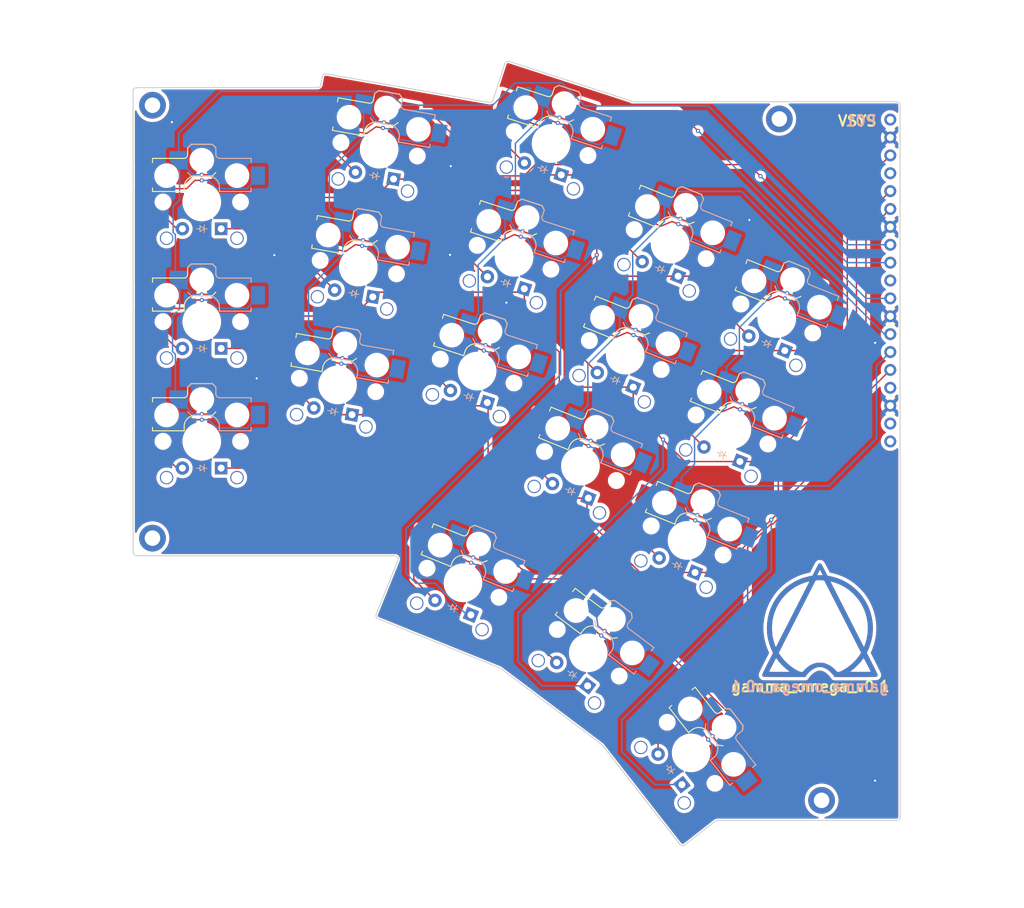
<source format=kicad_pcb>
(kicad_pcb (version 20240108) (generator "pcbnew") (generator_version "8.0")
  (title_block (title "gamma_omega") (date "2025-04-06") (rev "v0.0.1") (company "unspecworks"))
  (layers (0 "F.Cu" signal) (31 "B.Cu" signal) (34 "B.Paste" user) (35 "F.Paste" user) (36 "B.SilkS" user "B.Silkscreen") (37 "F.SilkS" user "F.Silkscreen") (38 "B.Mask" user) (39 "F.Mask" user) (44 "Edge.Cuts" user))
  (net 0 "")
  (net 1 "C0")
  (net 2 "S3")
  (net 3 "GND")
  (net 4 "S2")
  (net 5 "S1")
  (net 6 "C1")
  (net 7 "S6")
  (net 8 "S5")
  (net 9 "S4")
  (net 10 "C2")
  (net 11 "S9")
  (net 12 "S8")
  (net 13 "S7")
  (net 14 "C3")
  (net 15 "S12")
  (net 16 "S11")
  (net 17 "S10")
  (net 18 "C4")
  (net 19 "S15")
  (net 20 "S14")
  (net 21 "S13")
  (net 22 "C5")
  (net 23 "S16")
  (net 24 "S17")
  (net 25 "S18")
  (net 26 "VS")
  (net 27 "R0")
  (net 28 "V3")
  (net 29 "R1")
  (net 30 "R2")
  (net 31 "RUN")
  (net 32 "P18")
  (net 33 "P17")
  (net 34 "P16")
  (footprint "ceoloide:diode_tht_sod123" (layer "F.Cu") (at 50 103.8)
    (property "Reference" "D1" (hide yes))
    (property "Value" "")
  )
  (footprint "ceoloide:diode_tht_sod123" (layer "F.Cu") (at 102.583446 133.076363 -37)
    (property "Reference" "D17" (hide yes))
    (property "Value" "")
  )
  (footprint "ceoloide:diode_tht_sod123" (layer "F.Cu") (at 85.662457 123.615405 -22)
    (property "Reference" "D16" (hide yes))
    (property "Value" "")
  )
  (footprint "ceoloide:diode_tht_sod123" (layer "F.Cu") (at 50 69.8)
    (property "Reference" "D3" (hide yes))
    (property "Value" "")
  )
  (footprint "ceoloide:diode_tht_sod123" (layer "F.Cu") (at 115.076399 75.505914 -22)
    (property "Reference" "D12" (hide yes))
    (property "Value" "")
  )
  (footprint "ceoloide:diode_tht_sod123" (layer "F.Cu") (at 123.852144 101.835592 -22)
    (property "Reference" "D14" (hide yes))
    (property "Value" "")
  )
  (footprint "ceoloide:diode_tht_sod123" (layer "F.Cu") (at 71.570527 78.993614 -10)
    (property "Reference" "D5" (hide yes))
    (property "Value" "")
  )
  (footprint "ceoloide:diode_tht_sod123" (layer "F.Cu") (at 50 86.8)
    (property "Reference" "D2" (hide yes))
    (property "Value" "")
  )
  (footprint "ceoloide:diode_tht_sod123" (layer "F.Cu") (at 93.171022 77.466545 -18)
    (property "Reference" "D8" (hide yes))
    (property "Value" "")
  )
  (footprint "ceoloide:mounting_hole_plated" (layer "F.Cu") (at 43 52.25)
    (property "Reference" "H1" (hide yes))
    (property "Value" "")
  )
  (footprint "ceoloide:diode_tht_sod123" (layer "F.Cu") (at 102.339775 107.030165 -22)
    (property "Reference" "D10" (hide yes))
    (property "Value" "")
  )
  (footprint "ceoloide:mounting_hole_plated" (layer "F.Cu") (at 138 151)
    (property "Reference" "H4" (hide yes))
    (property "Value" "")
  )
  (footprint "ceoloide:diode_tht_sod123" (layer "F.Cu") (at 87.917733 93.634506 -18)
    (property "Reference" "D7" (hide yes))
    (property "Value" "")
  )
  (footprint "ceoloide:diode_tht_sod123" (layer "F.Cu") (at 108.708087 91.268039 -22)
    (property "Reference" "D11" (hide yes))
    (property "Value" "")
  )
  (footprint "ceoloide:mounting_hole_plated" (layer "F.Cu") (at 43 113.75)
    (property "Reference" "H2" (hide yes))
    (property "Value" "")
  )
  (footprint "nice_nano" (layer "F.Cu") (at 156.643962 75.880167)
    (property "Reference" "MCU1" (hide yes))
    (property "Value" "")
  )
  (footprint "ceoloide:diode_tht_sod123" (layer "F.Cu") (at 116.47919 146.594422 -52)
    (property "Reference" "D18" (hide yes))
    (property "Value" "")
  )
  (footprint "ceoloide:diode_tht_sod123" (layer "F.Cu") (at 130.220457 86.073466 -22)
    (property "Reference" "D15" (hide yes))
    (property "Value" "")
  )
  (footprint "ceoloide:diode_tht_sod123" (layer "F.Cu") (at 117.483832 117.597717 -22)
    (property "Reference" "D13" (hide yes))
    (property "Value" "")
  )
  (footprint "ceoloide:mounting_hole_plated" (layer "F.Cu") (at 132 54.2)
    (property "Reference" "H3" (hide yes))
    (property "Value" "")
  )
  (footprint "ceoloide:diode_tht_sod123" (layer "F.Cu") (at 74.522546 62.251882 -10)
    (property "Reference" "D6" (hide yes))
    (property "Value" "")
  )
  (footprint "ceoloide:diode_tht_sod123" (layer "F.Cu") (at 98.424311 61.298584 -18)
    (property "Reference" "D9" (hide yes))
    (property "Value" "")
  )
  (footprint "ceoloide:diode_tht_sod123" (layer "F.Cu") (at 68.618508 95.735346 -10)
    (property "Reference" "D4" (hide yes))
    (property "Value" "")
  )
  (footprint "ceoloide:switch_choc_v1_v2" (layer "B.Cu") (at 50 100)
    (property "Reference" "S1" (hide yes))
    (property "Value" "")
  )
  (footprint "ceoloide:switch_choc_v1_v2" (layer "B.Cu") (at 118.907337 114.074418 -22)
    (property "Reference" "S13" (hide yes))
    (property "Value" "")
  )
  (footprint "ceoloide:switch_choc_v1_v2" (layer "B.Cu") (at 110.131592 87.744741 -22)
    (property "Reference" "S11" (hide yes))
    (property "Value" "")
  )
  (footprint "ceoloide:switch_choc_v1_v2" (layer "B.Cu") (at 50 83)
    (property "Reference" "S2" (hide yes))
    (property "Value" "")
  )
  (footprint "ceoloide:switch_choc_v1_v2" (layer "B.Cu") (at 125.27565 98.312293 -22)
    (property "Reference" "S14" (hide yes))
    (property "Value" "")
  )
  (footprint "ceoloide:switch_choc_v1_v2" (layer "B.Cu") (at 87.085962 120.092106 -22)
    (property "Reference" "S16" (hide yes))
    (property "Value" "")
  )
  (footprint "ceoloide:switch_choc_v1_v2" (layer "B.Cu") (at 99.598575 57.68457 -18)
    (property "Reference" "S9" (hide yes))
    (property "Value" "")
  )
  (footprint "ceoloide:switch_choc_v1_v2" (layer "B.Cu") (at 103.76328 103.506866 -22)
    (property "Reference" "S10" (hide yes))
    (property "Value" "")
  )
  (footprint "ceoloide:switch_choc_v1_v2" (layer "B.Cu") (at 69.278371 91.993076 -10)
    (property "Reference" "S4" (hide yes))
    (property "Value" "")
  )
  (footprint "ceoloide:switch_choc_v1_v2" (layer "B.Cu") (at 131.643962 82.550167 -22)
    (property "Reference" "S15" (hide yes))
    (property "Value" "")
  )
  (footprint "ceoloide:switch_choc_v1_v2" (layer "B.Cu") (at 72.23039 75.251344 -10)
    (property "Reference" "S5" (hide yes))
    (property "Value" "")
  )
  (footprint "ceoloide:switch_choc_v1_v2" (layer "B.Cu") (at 50 66)
    (property "Reference" "S3" (hide yes))
    (property "Value" "")
  )
  (footprint "ceoloide:switch_choc_v1_v2" (layer "B.Cu") (at 75.182409 58.509612 -10)
    (property "Reference" "S6" (hide yes))
    (property "Value" "")
  )
  (footprint "ceoloide:switch_choc_v1_v2" (layer "B.Cu") (at 119.473631 144.254908 -52)
    (property "Reference" "S18" (hide yes))
    (property "Value" "")
  )
  (footprint "ceoloide:switch_choc_v1_v2" (layer "B.Cu") (at 116.499905 71.982615 -22)
    (property "Reference" "S12" (hide yes))
    (property "Value" "")
  )
  (footprint "ceoloide:switch_choc_v1_v2" (layer "B.Cu") (at 89.091997 90.020491 -18)
    (property "Reference" "S7" (hide yes))
    (property "Value" "")
  )
  (footprint "ceoloide:switch_choc_v1_v2" (layer "B.Cu") (at 94.345286 73.85253 -18)
    (property "Reference" "S8" (hide yes))
    (property "Value" "")
  )
  (footprint "ceoloide:switch_choc_v1_v2" (layer "B.Cu") (at 104.870343 130.041548 -37)
    (property "Reference" "S17" (hide yes))
    (property "Value" "")
  )
  (gr_poly (pts (xy 137.769788 117.336878) (xy 137.781972 117.337643) (xy 137.794312 117.338888) (xy 137.806727 117.34059) (xy 137.819137 117.342726) (xy 137.831464 117.345272) (xy 137.843628 117.348206) (xy 137.855548 117.351502) (xy 137.867145 117.355138) (xy 137.878339 117.359091) (xy 137.88905 117.363336) (xy 137.899199 117.36785) (xy 137.908706 117.37261) (xy 137.917491 117.377592) (xy 137.925475 117.382774) (xy 137.932577 117.38813) (xy 137.941155 117.397645) (xy 137.953754 117.415268) (xy 137.970128 117.440551) (xy 137.99003 117.473046) (xy 138.03943 117.557876) (xy 138.099979 117.666174) (xy 138.169701 117.794354) (xy 138.246622 117.938831) (xy 138.328767 118.096017) (xy 138.414159 118.262329) (xy 138.832864 119.085018) (xy 139.230237 119.165013) (xy 139.496185 119.223328) (xy 139.758273 119.290402) (xy 140.0164 119.36618) (xy 140.270461 119.450609) (xy 140.520356 119.543635) (xy 140.765982 119.645205) (xy 141.007237 119.755265) (xy 141.244017 119.873761) (xy 141.476222 120.000641) (xy 141.703748 120.13585) (xy 141.926493 120.279335) (xy 142.144354 120.431043) (xy 142.357231 120.59092) (xy 142.565019 120.758911) (xy 142.767617 120.934965) (xy 142.964923 121.119027) (xy 143.195816 121.351181) (xy 143.414847 121.589987) (xy 143.621994 121.835402) (xy 143.817235 122.087383) (xy 144.00055 122.345888) (xy 144.171917 122.610875) (xy 144.331315 122.882301) (xy 144.478721 123.160123) (xy 144.614116 123.4443) (xy 144.737476 123.734788) (xy 144.848782 124.031545) (xy 144.948012 124.334528) (xy 145.035143 124.643696) (xy 145.110156 124.959005) (xy 145.173028 125.280412) (xy 145.223738 125.607877) (xy 145.245762 125.811532) (xy 145.261481 126.043098) (xy 145.270895 126.292904) (xy 145.274006 126.551277) (xy 145.270815 126.808545) (xy 145.261324 127.055037) (xy 145.245535 127.281081) (xy 145.223448 127.477005) (xy 145.170692 127.80173) (xy 145.105097 128.125731) (xy 145.027552 128.446082) (xy 144.938943 128.759857) (xy 144.840156 129.064131) (xy 144.73208 129.355977) (xy 144.615602 129.63247) (xy 144.554488 129.764044) (xy 144.491607 129.890683) (xy 144.415997 130.037859) (xy 145.193434 131.571784) (xy 145.500745 132.184149) (xy 145.74734 132.687293) (xy 145.911342 133.035833) (xy 145.955533 133.137946) (xy 145.970871 133.184389) (xy 145.97065 133.194659) (xy 145.969994 133.204883) (xy 145.967408 133.225151) (xy 145.963176 133.245104) (xy 145.957364 133.264654) (xy 145.950037 133.28371) (xy 145.941259 133.302186) (xy 145.931094 133.31999) (xy 145.919608 133.337036) (xy 145.906866 133.353234) (xy 145.892932 133.368494) (xy 145.87787 133.382729) (xy 145.861747 133.39585) (xy 145.844626 133.407767) (xy 145.826571 133.418391) (xy 145.807649 133.427635) (xy 145.787924 133.435408) (xy 145.765824 133.439346) (xy 145.722732 133.44301) (xy 145.572476 133.449523) (xy 145.334971 133.454972) (xy 145.008031 133.459379) (xy 144.077107 133.465159) (xy 142.76222 133.467044) (xy 139.827275 133.467044) (xy 139.717624 133.301897) (xy 139.68721 133.258231) (xy 139.651623 133.210869) (xy 139.611445 133.160411) (xy 139.567257 133.107457) (xy 139.519641 133.052608) (xy 139.46918 132.996463) (xy 139.362049 132.88269) (xy 139.25052 132.77094) (xy 139.139249 132.666015) (xy 139.085166 132.617613) (xy 139.032893 132.572718) (xy 138.983013 132.53193) (xy 138.936107 132.49585) (xy 138.867318 132.446827) (xy 138.796444 132.400128) (xy 138.723794 132.355869) (xy 138.649679 132.314165) (xy 138.574406 132.275133) (xy 138.498286 132.238889) (xy 138.421628 132.205547) (xy 138.34474 132.175223) (xy 138.267932 132.148034) (xy 138.191513 132.124094) (xy 138.115792 132.10352) (xy 138.041079 132.086428) (xy 137.967682 132.072932) (xy 137.895911 132.063149) (xy 137.826076 132.057194) (xy 137.758484 132.055184) (xy 137.63746 132.061045) (xy 137.513234 132.078346) (xy 137.386482 132.106659) (xy 137.257877 132.145559) (xy 137.128093 132.194621) (xy 136.997805 132.253417) (xy 136.867686 132.321522) (xy 136.738412 132.39851) (xy 136.610655 132.483955) (xy 136.48509 132.57743) (xy 136.362391 132.678511) (xy 136.243233 132.78677) (xy 136.128289 132.901782) (xy 136.018233 133.023121) (xy 135.91374 133.150361) (xy 135.815484 133.283075) (xy 135.68644 133.467044) (xy 132.741367 133.46518) (xy 130.644117 133.456782) (xy 129.992667 133.44872) (xy 129.737425 133.439217) (xy 129.737425 133.439215) (xy 129.727448 133.434912) (xy 129.71771 133.430271) (xy 129.708218 133.425302) (xy 129.698977 133.420013) (xy 129.689993 133.414412) (xy 129.681271 133.40851) (xy 129.672817 133.402314) (xy 129.664638 133.395833) (xy 129.656738 133.389076) (xy 129.649124 133.382052) (xy 129.641801 133.37477) (xy 129.634776 133.367238) (xy 129.628053 133.359465) (xy 129.62164 133.35146) (xy 129.61554 133.343232) (xy 129.609761 133.33479) (xy 129.604308 133.326141) (xy 129.599187 133.317296) (xy 129.594403 133.308263) (xy 129.589962 133.29905) (xy 129.585871 133.289667) (xy 129.582135 133.280121) (xy 129.578759 133.270423) (xy 129.575749 133.260581) (xy 129.573112 133.250602) (xy 129.570852 133.240498) (xy 129.568977 133.230275) (xy 129.567491 133.219943) (xy 129.5664 133.209511) (xy 129.56571 133.198987) (xy 129.565426 133.18838) (xy 129.565556 133.1777) (xy 129.568448 133.15866) (xy 129.57634 133.130908) (xy 129.589454 133.093976) (xy 129.608015 133.047399) (xy 129.632245 132.990708) (xy 129.662368 132.923437) (xy 129.741188 132.755286) (xy 129.757148 132.722466) (xy 130.55209 132.722466) (xy 130.55223 132.725289) (xy 130.554171 132.727977) (xy 130.558025 132.730533) (xy 130.563908 132.732961) (xy 130.571935 132.735262) (xy 130.582218 132.737439) (xy 130.610015 132.741438) (xy 130.648212 132.744979) (xy 130.697726 132.748088) (xy 130.759471 132.750787) (xy 130.834361 132.753101) (xy 130.923312 132.755054) (xy 131.027237 132.756669) (xy 131.283672 132.758981) (xy 131.610982 132.760229) (xy 132.016485 132.760602) (xy 133.057436 132.756937) (xy 133.374097 132.752971) (xy 133.490398 132.748128) (xy 133.490398 132.748127) (xy 133.48999 132.747173) (xy 133.488781 132.745608) (xy 133.484039 132.740712) (xy 133.47633 132.733568) (xy 133.465815 132.724305) (xy 133.437003 132.699945) (xy 133.398882 132.668668) (xy 133.352728 132.631512) (xy 133.299821 132.589515) (xy 133.241437 132.543715) (xy 133.178854 132.495148) (xy 133.07694 132.414606) (xy 132.973454 132.329211) (xy 132.86895 132.239533) (xy 132.763982 132.146141) (xy 132.554874 131.950498) (xy 132.350563 131.746843) (xy 132.155485 131.539738) (xy 132.062795 131.436318) (xy 131.974075 131.333745) (xy 131.889882 131.23259) (xy 131.810768 131.133423) (xy 131.737289 131.036815) (xy 131.669999 130.943335) (xy 131.647964 130.912355) (xy 131.626596 130.883439) (xy 131.606419 130.857223) (xy 131.58796 130.834338) (xy 131.571744 130.81542) (xy 131.558298 130.801102) (xy 131.552777 130.795866) (xy 131.548146 130.792018) (xy 131.54447 130.789637) (xy 131.541815 130.788802) (xy 131.494345 130.868645) (xy 131.381446 131.080005) (xy 131.04665 131.726737) (xy 130.712006 132.387918) (xy 130.599296 132.617338) (xy 130.55209 132.722466) (xy 129.757148 132.722466) (xy 129.846264 132.539208) (xy 129.979383 132.271468) (xy 130.142334 131.94833) (xy 130.336905 131.566056) (xy 131.10485 130.062441) (xy 131.093021 130.036275) (xy 131.930338 130.036275) (xy 131.930567 130.038761) (xy 131.931245 130.041887) (xy 131.933904 130.049983) (xy 131.938227 130.060409) (xy 131.944124 130.07301) (xy 131.951505 130.087631) (xy 131.96028 130.104118) (xy 131.981658 130.142074) (xy 132.007539 130.185639) (xy 132.037208 130.233579) (xy 132.069948 130.284656) (xy 132.105043 130.337636) (xy 132.231495 130.518443) (xy 132.365268 130.696285) (xy 132.505915 130.870772) (xy 132.652987 131.041512) (xy 132.806037 131.208112) (xy 132.964616 131.370183) (xy 133.128278 131.527331) (xy 133.296573 131.679166) (xy 133.469055 131.825295) (xy 133.645275 131.965327) (xy 133.824785 132.098871) (xy 134.007138 132.225535) (xy 134.191885 132.344926) (xy 134.378578 132.456655) (xy 134.566771 132.560328) (xy 134.756014 132.655555) (xy 134.817953 132.684396) (xy 134.846012 132.696712) (xy 134.872456 132.707709) (xy 134.897529 132.717454) (xy 134.921475 132.72601) (xy 134.944538 132.733442) (xy 134.966962 132.739814) (xy 134.988992 132.745192) (xy 135.010871 132.749638) (xy 135.032843 132.753219) (xy 135.055153 132.755998) (xy 135.078045 132.75804) (xy 135.101762 132.75941) (xy 135.126549 132.760172) (xy 135.152649 132.76039) (xy 135.33009 132.760178) (xy 135.477266 132.581182) (xy 135.520447 132.530279) (xy 135.566936 132.478508) (xy 135.616422 132.426132) (xy 135.668593 132.373413) (xy 135.723141 132.320612) (xy 135.779755 132.267991) (xy 135.838124 132.215813) (xy 135.897939 132.16434) (xy 135.958889 132.113833) (xy 136.020664 132.064555) (xy 136.082953 132.016767) (xy 136.145446 131.970732) (xy 136.207834 131.926711) (xy 136.269805 131.884967) (xy 136.331049 131.845762) (xy 136.391257 131.809357) (xy 136.477889 131.760426) (xy 136.56473 131.715059) (xy 136.651851 131.673238) (xy 136.739328 131.634944) (xy 136.827233 131.600159) (xy 136.91564 131.568865) (xy 137.004623 131.541043) (xy 137.094254 131.516674) (xy 137.184607 131.49574) (xy 137.275756 131.478223) (xy 137.367773 131.464103) (xy 137.460734 131.453363) (xy 137.55471 131.445985) (xy 137.649776 131.441948) (xy 137.746004 131.441236) (xy 137.843469 131.44383) (xy 137.921695 131.447952) (xy 137.997117 131.453488) (xy 138.070085 131.460527) (xy 138.14095 131.46916) (xy 138.210062 131.479476) (xy 138.277771 131.491566) (xy 138.344428 131.50552) (xy 138.410382 131.521428) (xy 138.475985 131.539381) (xy 138.541587 131.559468) (xy 138.607537 131.58178) (xy 138.674187 131.606406) (xy 138.741887 131.633438) (xy 138.810986 131.662965) (xy 138.881835 131.695077) (xy 138.954786 131.729865) (xy 139.025472 131.765383) (xy 139.095054 131.802442) (xy 139.163569 131.84107) (xy 139.231051 131.881292) (xy 139.297536 131.923134) (xy 139.363058 131.966625) (xy 139.427652 132.011789) (xy 139.491355 132.058653) (xy 139.5542 132.107244) (xy 139.616223 132.157589) (xy 139.677459 132.209714) (xy 139.737943 132.263645) (xy 139.797711 132.319409) (xy 139.856798 132.377033) (xy 139.915238 132.436543) (xy 139.973066 132.497965) (xy 140.215277 132.760604) (xy 140.385316 132.760604) (xy 140.412381 132.760335) (xy 140.437832 132.759423) (xy 140.462137 132.757707) (xy 140.485766 132.755029) (xy 140.509185 132.751229) (xy 140.532864 132.746148) (xy 140.557271 132.739625) (xy 140.575221 132.73393) (xy 142.056004 132.73393) (xy 142.057789 132.735378) (xy 142.063099 132.736798) (xy 142.084029 132.739551) (xy 142.165259 132.744673) (xy 142.295424 132.749219) (xy 142.470258 132.753111) (xy 142.685492 132.756273) (xy 142.936857 132.758626) (xy 143.530908 132.760602) (xy 144.253662 132.758953) (xy 144.703427 132.753137) (xy 144.842055 132.748261) (xy 144.931775 132.741856) (xy 144.979033 132.733759) (xy 144.988754 132.729026) (xy 144.990277 132.723809) (xy 144.990278 132.723809) (xy 144.924545 132.585925) (xy 144.801788 132.342518) (xy 144.464937 131.691563) (xy 144.139187 131.075798) (xy 144.030308 130.876377) (xy 143.984004 130.800074) (xy 143.982226 130.800074) (xy 143.979936 130.800803) (xy 143.977151 130.802243) (xy 143.973885 130.804377) (xy 143.965972 130.810657) (xy 143.956316 130.819501) (xy 143.94504 130.830769) (xy 143.932262 130.84432) (xy 143.918105 130.860014) (xy 143.902689 130.877709) (xy 143.886135 130.897265) (xy 143.868563 130.918541) (xy 143.850094 130.941397) (xy 143.830849 130.965692) (xy 143.810949 130.991286) (xy 143.790514 131.018037) (xy 143.769665 131.045805) (xy 143.748523 131.074449) (xy 143.678356 131.167293) (xy 143.600897 131.264237) (xy 143.516965 131.364467) (xy 143.427382 131.467171) (xy 143.332969 131.571536) (xy 143.234547 131.676749) (xy 143.028964 131.886468) (xy 142.817201 132.089826) (xy 142.711055 132.187086) (xy 142.605829 132.280318) (xy 142.502343 132.368708) (xy 142.401418 132.451444) (xy 142.303877 132.527711) (xy 142.210539 132.596698) (xy 142.179496 132.619451) (xy 142.150536 132.64173) (xy 142.124293 132.662972) (xy 142.101399 132.682615) (xy 142.08249 132.700094) (xy 142.074727 132.707847) (xy 142.068198 132.714849) (xy 142.062982 132.721028) (xy 142.059158 132.726315) (xy 142.056806 132.730639) (xy 142.056206 132.732418) (xy 142.056004 132.73393) (xy 140.575221 132.73393) (xy 140.582873 132.731502) (xy 140.610139 132.721619) (xy 140.639538 132.709817) (xy 140.671538 132.695935) (xy 140.706606 132.679816) (xy 140.745211 132.661298) (xy 140.787822 132.640223) (xy 140.886932 132.589763) (xy 141.079409 132.486501) (xy 141.2687 132.376756) (xy 141.454588 132.260724) (xy 141.636856 132.138601) (xy 141.815288 132.01058) (xy 141.989667 131.876858) (xy 142.159777 131.737629) (xy 142.3254 131.593089) (xy 142.486321 131.443432) (xy 142.642322 131.288855) (xy 142.793188 131.129552) (xy 142.9387 130.965717) (xy 143.078644 130.797548) (xy 143.212802 130.625237) (xy 143.340957 130.448982) (xy 143.462893 130.268976) (xy 143.618789 130.030297) (xy 141.010901 124.912374) (xy 138.449555 119.909471) (xy 139.259673 119.909471) (xy 143.991601 129.210291) (xy 143.99406 129.213729) (xy 143.996733 129.216124) (xy 143.999623 129.217463) (xy 144.001151 129.217734) (xy 144.002737 129.217736) (xy 144.00608 129.216928) (xy 144.009657 129.215029) (xy 144.013475 129.212027) (xy 144.017539 129.207908) (xy 144.021854 129.202662) (xy 144.026425 129.196275) (xy 144.031259 129.188736) (xy 144.03636 129.180032) (xy 144.041734 129.170152) (xy 144.047387 129.159083) (xy 144.059551 129.13333) (xy 144.072895 129.102676) (xy 144.087463 129.067024) (xy 144.1033 129.026276) (xy 144.120449 128.980337) (xy 144.138954 128.929108) (xy 144.158859 128.872492) (xy 144.180208 128.810392) (xy 144.203045 128.742711) (xy 144.276766 128.50959) (xy 144.342257 128.275455) (xy 144.39951 128.040456) (xy 144.448518 127.804742) (xy 144.489275 127.568464) (xy 144.521771 127.331771) (xy 144.546001 127.094814) (xy 144.561955 126.857742) (xy 144.569628 126.620705) (xy 144.569011 126.383853) (xy 144.560097 126.147336) (xy 144.542879 125.911304) (xy 144.517348 125.675907) (xy 144.483499 125.441294) (xy 144.441322 125.207616) (xy 144.390811 124.975022) (xy 144.275678 124.54885) (xy 144.134282 124.133924) (xy 143.96755 123.731261) (xy 143.776412 123.341879) (xy 143.561799 122.966797) (xy 143.324638 122.607032) (xy 143.065861 122.263602) (xy 142.786395 121.937524) (xy 142.48717 121.629817) (xy 142.169116 121.341499) (xy 141.833163 121.073587) (xy 141.480238 120.827099) (xy 141.111273 120.603054) (xy 140.727196 120.402469) (xy 140.328936 120.226361) (xy 139.917424 120.07575) (xy 139.762134 120.025409) (xy 139.627998 119.983583) (xy 139.514878 119.950237) (xy 139.422635 119.925335) (xy 139.351132 119.908842) (xy 139.300229 119.900724) (xy 139.28246 119.899795) (xy 139.269789 119.900946) (xy 139.262199 119.904173) (xy 139.260304 119.906563) (xy 139.259673 119.909471) (xy 138.449555 119.909471) (xy 138.377662 119.769048) (xy 138.3724 119.765736) (xy 138.363425 119.762495) (xy 138.335146 119.756256) (xy 138.294445 119.750388) (xy 138.242938 119.744948) (xy 138.113982 119.735578) (xy 137.961221 119.7286) (xy 137.7976 119.724469) (xy 137.636061 119.72364) (xy 137.489548 119.726567) (xy 137.425971 119.729581) (xy 137.371005 119.733704) (xy 137.148644 119.754541) (xy 134.539491 124.874469) (xy 132.696777 128.502721) (xy 131.930338 130.036275) (xy 131.093021 130.036275) (xy 130.939958 129.697708) (xy 130.80968 129.394119) (xy 130.692743 129.089241) (xy 130.589156 128.783153) (xy 130.498925 128.475936) (xy 130.422059 128.167671) (xy 130.358566 127.858436) (xy 130.308453 127.548314) (xy 130.271728 127.237383) (xy 130.248398 126.925724) (xy 130.238472 126.613417) (xy 130.239517 126.519591) (xy 130.959223 126.519591) (xy 130.962941 126.794594) (xy 130.974185 127.053209) (xy 130.99349 127.299309) (xy 131.021391 127.53677) (xy 131.058424 127.769465) (xy 131.105123 128.001268) (xy 131.162024 128.236055) (xy 131.229661 128.477698) (xy 131.270473 128.610227) (xy 131.313762 128.742336) (xy 131.357519 128.868705) (xy 131.399737 128.984014) (xy 131.438405 129.082942) (xy 131.471515 129.16017) (xy 131.49706 129.210376) (xy 131.506367 129.223684) (xy 131.513029 129.228241) (xy 131.553681 129.15629) (xy 131.662449 128.950131) (xy 132.054549 128.193006) (xy 133.328505 125.704242) (xy 135.706768 121.036112) (xy 136.289492 119.891829) (xy 136.163276 119.913153) (xy 136.091715 119.927244) (xy 136.010199 119.946841) (xy 135.822375 120.000631) (xy 135.609943 120.070683) (xy 135.383045 120.153156) (xy 135.151821 120.244208) (xy 134.926412 120.339999) (xy 134.71696 120.436687) (xy 134.621386 120.484167) (xy 134.533604 120.530431) (xy 134.250324 120.693643) (xy 133.976023 120.869387) (xy 133.711087 121.057201) (xy 133.455905 121.256622) (xy 133.210864 121.46719) (xy 132.976353 121.688441) (xy 132.752759 121.919914) (xy 132.540471 122.161146) (xy 132.339875 122.411677) (xy 132.151361 122.671043) (xy 131.975316 122.938784) (xy 131.812128 123.214436) (xy 131.662184 123.497537) (xy 131.525873 123.787627) (xy 131.403583 124.084243) (xy 131.295701 124.386922) (xy 131.212751 124.654476) (xy 131.142455 124.915594) (xy 131.111901 125.044702) (xy 131.084329 125.173355) (xy 131.059677 125.301939) (xy 131.037885 125.430839) (xy 131.018892 125.56044) (xy 131.002638 125.691126) (xy 130.989062 125.823282) (xy 130.978103 125.957293) (xy 130.963793 126.232422) (xy 130.959223 126.519591) (xy 130.239517 126.519591) (xy 130.241957 126.300542) (xy 130.25886 125.98718) (xy 130.289191 125.67341) (xy 130.332955 125.359313) (xy 130.390162 125.044969) (xy 130.460819 124.730458) (xy 130.5371 124.445745) (xy 130.62501 124.164072) (xy 130.724291 123.885856) (xy 130.83468 123.611514) (xy 130.955919 123.341463) (xy 131.087746 123.07612) (xy 131.229902 122.815902) (xy 131.382125 122.561225) (xy 131.544157 122.312507) (xy 131.715736 122.070164) (xy 131.896602 121.834614) (xy 132.086495 121.606274) (xy 132.285155 121.38556) (xy 132.492321 121.172889) (xy 132.707733 120.968679) (xy 132.931131 120.773346) (xy 133.047763 120.678204) (xy 133.170846 120.583) (xy 133.299684 120.488138) (xy 133.433579 120.394022) (xy 133.571834 120.301057) (xy 133.713752 120.209645) (xy 133.858635 120.12019) (xy 134.005787 120.033098) (xy 134.15451 119.948771) (xy 134.304107 119.867613) (xy 134.45388 119.79003) (xy 134.603133 119.716423) (xy 134.751168 119.647198) (xy 134.897289 119.582758) (xy 135.040797 119.523508) (xy 135.180996 119.46985) (xy 135.324945 119.420618) (xy 135.497962 119.367078) (xy 135.689062 119.312105) (xy 135.887259 119.258576) (xy 136.081564 119.209366) (xy 136.260991 119.167351) (xy 136.414555 119.135407) (xy 136.531267 119.11641) (xy 136.702217 119.095516) (xy 136.75 119) (xy 137.375828 119) (xy 137.376348 119.000739) (xy 137.377891 119.001469) (xy 137.383943 119.002897) (xy 137.393781 119.004276) (xy 137.4072 119.005598) (xy 137.443969 119.008047) (xy 137.492619 119.010183) (xy 137.551519 119.011947) (xy 137.619038 119.01328) (xy 137.693546 119.014123) (xy 137.773413 119.014418) (xy 138.170997 119.014418) (xy 137.979248 118.631762) (xy 137.940272 118.554895) (xy 137.903027 118.483184) (xy 137.868391 118.4182) (xy 137.837242 118.361511) (xy 137.810459 118.314688) (xy 137.78892 118.2793) (xy 137.773503 118.256916) (xy 137.768365 118.251091) (xy 137.765088 118.249106) (xy 137.757489 118.257124) (xy 137.742739 118.279822) (xy 137.696004 118.361121) (xy 137.633318 118.476733) (xy 137.563114 118.610387) (xy 137.493829 118.745812) (xy 137.433896 118.866736) (xy 137.391751 118.956889) (xy 137.379985 118.985342) (xy 137.375828 119) (xy 136.75 119) (xy 137.095365 118.309634) (xy 137.25423 117.997108) (xy 137.396154 117.72712) (xy 137.505653 117.528526) (xy 137.543405 117.465021) (xy 137.567245 117.430185) (xy 137.578789 117.41679) (xy 137.589858 117.404658) (xy 137.600565 117.393734) (xy 137.611023 117.383964) (xy 137.621342 117.375291) (xy 137.626485 117.371349) (xy 137.631636 117.367662) (xy 137.636809 117.364221) (xy 137.642017 117.36102) (xy 137.647274 117.358053) (xy 137.652596 117.355311) (xy 137.657995 117.35279) (xy 137.663486 117.350481) (xy 137.669082 117.348377) (xy 137.674798 117.346472) (xy 137.680648 117.34476) (xy 137.686646 117.343232) (xy 137.692806 117.341883) (xy 137.699142 117.340704) (xy 137.712396 117.338834) (xy 137.726523 117.337566) (xy 137.741633 117.336846) (xy 137.757839 117.336618)) (stroke (width -0.000001)) (fill solid) (layer "F.Cu"))
  (gr_poly (pts (xy 137.769788 117.336878) (xy 137.781972 117.337643) (xy 137.794312 117.338888) (xy 137.806727 117.34059) (xy 137.819137 117.342726) (xy 137.831464 117.345272) (xy 137.843628 117.348206) (xy 137.855548 117.351502) (xy 137.867145 117.355138) (xy 137.878339 117.359091) (xy 137.88905 117.363336) (xy 137.899199 117.36785) (xy 137.908706 117.37261) (xy 137.917491 117.377592) (xy 137.925475 117.382774) (xy 137.932577 117.38813) (xy 137.941155 117.397645) (xy 137.953754 117.415268) (xy 137.970128 117.440551) (xy 137.99003 117.473046) (xy 138.03943 117.557876) (xy 138.099979 117.666174) (xy 138.169701 117.794354) (xy 138.246622 117.938831) (xy 138.328767 118.096017) (xy 138.414159 118.262329) (xy 138.832864 119.085018) (xy 139.230237 119.165013) (xy 139.496185 119.223328) (xy 139.758273 119.290402) (xy 140.0164 119.36618) (xy 140.270461 119.450609) (xy 140.520356 119.543635) (xy 140.765982 119.645205) (xy 141.007237 119.755265) (xy 141.244017 119.873761) (xy 141.476222 120.000641) (xy 141.703748 120.13585) (xy 141.926493 120.279335) (xy 142.144354 120.431043) (xy 142.357231 120.59092) (xy 142.565019 120.758911) (xy 142.767617 120.934965) (xy 142.964923 121.119027) (xy 143.195816 121.351181) (xy 143.414847 121.589987) (xy 143.621994 121.835402) (xy 143.817235 122.087383) (xy 144.00055 122.345888) (xy 144.171917 122.610875) (xy 144.331315 122.882301) (xy 144.478721 123.160123) (xy 144.614116 123.4443) (xy 144.737476 123.734788) (xy 144.848782 124.031545) (xy 144.948012 124.334528) (xy 145.035143 124.643696) (xy 145.110156 124.959005) (xy 145.173028 125.280412) (xy 145.223738 125.607877) (xy 145.245762 125.811532) (xy 145.261481 126.043098) (xy 145.270895 126.292904) (xy 145.274006 126.551277) (xy 145.270815 126.808545) (xy 145.261324 127.055037) (xy 145.245535 127.281081) (xy 145.223448 127.477005) (xy 145.170692 127.80173) (xy 145.105097 128.125731) (xy 145.027552 128.446082) (xy 144.938943 128.759857) (xy 144.840156 129.064131) (xy 144.73208 129.355977) (xy 144.615602 129.63247) (xy 144.554488 129.764044) (xy 144.491607 129.890683) (xy 144.415997 130.037859) (xy 145.193434 131.571784) (xy 145.500745 132.184149) (xy 145.74734 132.687293) (xy 145.911342 133.035833) (xy 145.955533 133.137946) (xy 145.970871 133.184389) (xy 145.97065 133.194659) (xy 145.969994 133.204883) (xy 145.967408 133.225151) (xy 145.963176 133.245104) (xy 145.957364 133.264654) (xy 145.950037 133.28371) (xy 145.941259 133.302186) (xy 145.931094 133.31999) (xy 145.919608 133.337036) (xy 145.906866 133.353234) (xy 145.892932 133.368494) (xy 145.87787 133.382729) (xy 145.861747 133.39585) (xy 145.844626 133.407767) (xy 145.826571 133.418391) (xy 145.807649 133.427635) (xy 145.787924 133.435408) (xy 145.765824 133.439346) (xy 145.722732 133.44301) (xy 145.572476 133.449523) (xy 145.334971 133.454972) (xy 145.008031 133.459379) (xy 144.077107 133.465159) (xy 142.76222 133.467044) (xy 139.827275 133.467044) (xy 139.717624 133.301897) (xy 139.68721 133.258231) (xy 139.651623 133.210869) (xy 139.611445 133.160411) (xy 139.567257 133.107457) (xy 139.519641 133.052608) (xy 139.46918 132.996463) (xy 139.362049 132.88269) (xy 139.25052 132.77094) (xy 139.139249 132.666015) (xy 139.085166 132.617613) (xy 139.032893 132.572718) (xy 138.983013 132.53193) (xy 138.936107 132.49585) (xy 138.867318 132.446827) (xy 138.796444 132.400128) (xy 138.723794 132.355869) (xy 138.649679 132.314165) (xy 138.574406 132.275133) (xy 138.498286 132.238889) (xy 138.421628 132.205547) (xy 138.34474 132.175223) (xy 138.267932 132.148034) (xy 138.191513 132.124094) (xy 138.115792 132.10352) (xy 138.041079 132.086428) (xy 137.967682 132.072932) (xy 137.895911 132.063149) (xy 137.826076 132.057194) (xy 137.758484 132.055184) (xy 137.63746 132.061045) (xy 137.513234 132.078346) (xy 137.386482 132.106659) (xy 137.257877 132.145559) (xy 137.128093 132.194621) (xy 136.997805 132.253417) (xy 136.867686 132.321522) (xy 136.738412 132.39851) (xy 136.610655 132.483955) (xy 136.48509 132.57743) (xy 136.362391 132.678511) (xy 136.243233 132.78677) (xy 136.128289 132.901782) (xy 136.018233 133.023121) (xy 135.91374 133.150361) (xy 135.815484 133.283075) (xy 135.68644 133.467044) (xy 132.741367 133.46518) (xy 130.644117 133.456782) (xy 129.992667 133.44872) (xy 129.737425 133.439217) (xy 129.737425 133.439215) (xy 129.727448 133.434912) (xy 129.71771 133.430271) (xy 129.708218 133.425302) (xy 129.698977 133.420013) (xy 129.689993 133.414412) (xy 129.681271 133.40851) (xy 129.672817 133.402314) (xy 129.664638 133.395833) (xy 129.656738 133.389076) (xy 129.649124 133.382052) (xy 129.641801 133.37477) (xy 129.634776 133.367238) (xy 129.628053 133.359465) (xy 129.62164 133.35146) (xy 129.61554 133.343232) (xy 129.609761 133.33479) (xy 129.604308 133.326141) (xy 129.599187 133.317296) (xy 129.594403 133.308263) (xy 129.589962 133.29905) (xy 129.585871 133.289667) (xy 129.582135 133.280121) (xy 129.578759 133.270423) (xy 129.575749 133.260581) (xy 129.573112 133.250602) (xy 129.570852 133.240498) (xy 129.568977 133.230275) (xy 129.567491 133.219943) (xy 129.5664 133.209511) (xy 129.56571 133.198987) (xy 129.565426 133.18838) (xy 129.565556 133.1777) (xy 129.568448 133.15866) (xy 129.57634 133.130908) (xy 129.589454 133.093976) (xy 129.608015 133.047399) (xy 129.632245 132.990708) (xy 129.662368 132.923437) (xy 129.741188 132.755286) (xy 129.757148 132.722466) (xy 130.55209 132.722466) (xy 130.55223 132.725289) (xy 130.554171 132.727977) (xy 130.558025 132.730533) (xy 130.563908 132.732961) (xy 130.571935 132.735262) (xy 130.582218 132.737439) (xy 130.610015 132.741438) (xy 130.648212 132.744979) (xy 130.697726 132.748088) (xy 130.759471 132.750787) (xy 130.834361 132.753101) (xy 130.923312 132.755054) (xy 131.027237 132.756669) (xy 131.283672 132.758981) (xy 131.610982 132.760229) (xy 132.016485 132.760602) (xy 133.057436 132.756937) (xy 133.374097 132.752971) (xy 133.490398 132.748128) (xy 133.490398 132.748127) (xy 133.48999 132.747173) (xy 133.488781 132.745608) (xy 133.484039 132.740712) (xy 133.47633 132.733568) (xy 133.465815 132.724305) (xy 133.437003 132.699945) (xy 133.398882 132.668668) (xy 133.352728 132.631512) (xy 133.299821 132.589515) (xy 133.241437 132.543715) (xy 133.178854 132.495148) (xy 133.07694 132.414606) (xy 132.973454 132.329211) (xy 132.86895 132.239533) (xy 132.763982 132.146141) (xy 132.554874 131.950498) (xy 132.350563 131.746843) (xy 132.155485 131.539738) (xy 132.062795 131.436318) (xy 131.974075 131.333745) (xy 131.889882 131.23259) (xy 131.810768 131.133423) (xy 131.737289 131.036815) (xy 131.669999 130.943335) (xy 131.647964 130.912355) (xy 131.626596 130.883439) (xy 131.606419 130.857223) (xy 131.58796 130.834338) (xy 131.571744 130.81542) (xy 131.558298 130.801102) (xy 131.552777 130.795866) (xy 131.548146 130.792018) (xy 131.54447 130.789637) (xy 131.541815 130.788802) (xy 131.494345 130.868645) (xy 131.381446 131.080005) (xy 131.04665 131.726737) (xy 130.712006 132.387918) (xy 130.599296 132.617338) (xy 130.55209 132.722466) (xy 129.757148 132.722466) (xy 129.846264 132.539208) (xy 129.979383 132.271468) (xy 130.142334 131.94833) (xy 130.336905 131.566056) (xy 131.10485 130.062441) (xy 131.093021 130.036275) (xy 131.930338 130.036275) (xy 131.930567 130.038761) (xy 131.931245 130.041887) (xy 131.933904 130.049983) (xy 131.938227 130.060409) (xy 131.944124 130.07301) (xy 131.951505 130.087631) (xy 131.96028 130.104118) (xy 131.981658 130.142074) (xy 132.007539 130.185639) (xy 132.037208 130.233579) (xy 132.069948 130.284656) (xy 132.105043 130.337636) (xy 132.231495 130.518443) (xy 132.365268 130.696285) (xy 132.505915 130.870772) (xy 132.652987 131.041512) (xy 132.806037 131.208112) (xy 132.964616 131.370183) (xy 133.128278 131.527331) (xy 133.296573 131.679166) (xy 133.469055 131.825295) (xy 133.645275 131.965327) (xy 133.824785 132.098871) (xy 134.007138 132.225535) (xy 134.191885 132.344926) (xy 134.378578 132.456655) (xy 134.566771 132.560328) (xy 134.756014 132.655555) (xy 134.817953 132.684396) (xy 134.846012 132.696712) (xy 134.872456 132.707709) (xy 134.897529 132.717454) (xy 134.921475 132.72601) (xy 134.944538 132.733442) (xy 134.966962 132.739814) (xy 134.988992 132.745192) (xy 135.010871 132.749638) (xy 135.032843 132.753219) (xy 135.055153 132.755998) (xy 135.078045 132.75804) (xy 135.101762 132.75941) (xy 135.126549 132.760172) (xy 135.152649 132.76039) (xy 135.33009 132.760178) (xy 135.477266 132.581182) (xy 135.520447 132.530279) (xy 135.566936 132.478508) (xy 135.616422 132.426132) (xy 135.668593 132.373413) (xy 135.723141 132.320612) (xy 135.779755 132.267991) (xy 135.838124 132.215813) (xy 135.897939 132.16434) (xy 135.958889 132.113833) (xy 136.020664 132.064555) (xy 136.082953 132.016767) (xy 136.145446 131.970732) (xy 136.207834 131.926711) (xy 136.269805 131.884967) (xy 136.331049 131.845762) (xy 136.391257 131.809357) (xy 136.477889 131.760426) (xy 136.56473 131.715059) (xy 136.651851 131.673238) (xy 136.739328 131.634944) (xy 136.827233 131.600159) (xy 136.91564 131.568865) (xy 137.004623 131.541043) (xy 137.094254 131.516674) (xy 137.184607 131.49574) (xy 137.275756 131.478223) (xy 137.367773 131.464103) (xy 137.460734 131.453363) (xy 137.55471 131.445985) (xy 137.649776 131.441948) (xy 137.746004 131.441236) (xy 137.843469 131.44383) (xy 137.921695 131.447952) (xy 137.997117 131.453488) (xy 138.070085 131.460527) (xy 138.14095 131.46916) (xy 138.210062 131.479476) (xy 138.277771 131.491566) (xy 138.344428 131.50552) (xy 138.410382 131.521428) (xy 138.475985 131.539381) (xy 138.541587 131.559468) (xy 138.607537 131.58178) (xy 138.674187 131.606406) (xy 138.741887 131.633438) (xy 138.810986 131.662965) (xy 138.881835 131.695077) (xy 138.954786 131.729865) (xy 139.025472 131.765383) (xy 139.095054 131.802442) (xy 139.163569 131.84107) (xy 139.231051 131.881292) (xy 139.297536 131.923134) (xy 139.363058 131.966625) (xy 139.427652 132.011789) (xy 139.491355 132.058653) (xy 139.5542 132.107244) (xy 139.616223 132.157589) (xy 139.677459 132.209714) (xy 139.737943 132.263645) (xy 139.797711 132.319409) (xy 139.856798 132.377033) (xy 139.915238 132.436543) (xy 139.973066 132.497965) (xy 140.215277 132.760604) (xy 140.385316 132.760604) (xy 140.412381 132.760335) (xy 140.437832 132.759423) (xy 140.462137 132.757707) (xy 140.485766 132.755029) (xy 140.509185 132.751229) (xy 140.532864 132.746148) (xy 140.557271 132.739625) (xy 140.575221 132.73393) (xy 142.056004 132.73393) (xy 142.057789 132.735378) (xy 142.063099 132.736798) (xy 142.084029 132.739551) (xy 142.165259 132.744673) (xy 142.295424 132.749219) (xy 142.470258 132.753111) (xy 142.685492 132.756273) (xy 142.936857 132.758626) (xy 143.530908 132.760602) (xy 144.253662 132.758953) (xy 144.703427 132.753137) (xy 144.842055 132.748261) (xy 144.931775 132.741856) (xy 144.979033 132.733759) (xy 144.988754 132.729026) (xy 144.990277 132.723809) (xy 144.990278 132.723809) (xy 144.924545 132.585925) (xy 144.801788 132.342518) (xy 144.464937 131.691563) (xy 144.139187 131.075798) (xy 144.030308 130.876377) (xy 143.984004 130.800074) (xy 143.982226 130.800074) (xy 143.979936 130.800803) (xy 143.977151 130.802243) (xy 143.973885 130.804377) (xy 143.965972 130.810657) (xy 143.956316 130.819501) (xy 143.94504 130.830769) (xy 143.932262 130.84432) (xy 143.918105 130.860014) (xy 143.902689 130.877709) (xy 143.886135 130.897265) (xy 143.868563 130.918541) (xy 143.850094 130.941397) (xy 143.830849 130.965692) (xy 143.810949 130.991286) (xy 143.790514 131.018037) (xy 143.769665 131.045805) (xy 143.748523 131.074449) (xy 143.678356 131.167293) (xy 143.600897 131.264237) (xy 143.516965 131.364467) (xy 143.427382 131.467171) (xy 143.332969 131.571536) (xy 143.234547 131.676749) (xy 143.028964 131.886468) (xy 142.817201 132.089826) (xy 142.711055 132.187086) (xy 142.605829 132.280318) (xy 142.502343 132.368708) (xy 142.401418 132.451444) (xy 142.303877 132.527711) (xy 142.210539 132.596698) (xy 142.179496 132.619451) (xy 142.150536 132.64173) (xy 142.124293 132.662972) (xy 142.101399 132.682615) (xy 142.08249 132.700094) (xy 142.074727 132.707847) (xy 142.068198 132.714849) (xy 142.062982 132.721028) (xy 142.059158 132.726315) (xy 142.056806 132.730639) (xy 142.056206 132.732418) (xy 142.056004 132.73393) (xy 140.575221 132.73393) (xy 140.582873 132.731502) (xy 140.610139 132.721619) (xy 140.639538 132.709817) (xy 140.671538 132.695935) (xy 140.706606 132.679816) (xy 140.745211 132.661298) (xy 140.787822 132.640223) (xy 140.886932 132.589763) (xy 141.079409 132.486501) (xy 141.2687 132.376756) (xy 141.454588 132.260724) (xy 141.636856 132.138601) (xy 141.815288 132.01058) (xy 141.989667 131.876858) (xy 142.159777 131.737629) (xy 142.3254 131.593089) (xy 142.486321 131.443432) (xy 142.642322 131.288855) (xy 142.793188 131.129552) (xy 142.9387 130.965717) (xy 143.078644 130.797548) (xy 143.212802 130.625237) (xy 143.340957 130.448982) (xy 143.462893 130.268976) (xy 143.618789 130.030297) (xy 141.010901 124.912374) (xy 138.449555 119.909471) (xy 139.259673 119.909471) (xy 143.991601 129.210291) (xy 143.99406 129.213729) (xy 143.996733 129.216124) (xy 143.999623 129.217463) (xy 144.001151 129.217734) (xy 144.002737 129.217736) (xy 144.00608 129.216928) (xy 144.009657 129.215029) (xy 144.013475 129.212027) (xy 144.017539 129.207908) (xy 144.021854 129.202662) (xy 144.026425 129.196275) (xy 144.031259 129.188736) (xy 144.03636 129.180032) (xy 144.041734 129.170152) (xy 144.047387 129.159083) (xy 144.059551 129.13333) (xy 144.072895 129.102676) (xy 144.087463 129.067024) (xy 144.1033 129.026276) (xy 144.120449 128.980337) (xy 144.138954 128.929108) (xy 144.158859 128.872492) (xy 144.180208 128.810392) (xy 144.203045 128.742711) (xy 144.276766 128.50959) (xy 144.342257 128.275455) (xy 144.39951 128.040456) (xy 144.448518 127.804742) (xy 144.489275 127.568464) (xy 144.521771 127.331771) (xy 144.546001 127.094814) (xy 144.561955 126.857742) (xy 144.569628 126.620705) (xy 144.569011 126.383853) (xy 144.560097 126.147336) (xy 144.542879 125.911304) (xy 144.517348 125.675907) (xy 144.483499 125.441294) (xy 144.441322 125.207616) (xy 144.390811 124.975022) (xy 144.275678 124.54885) (xy 144.134282 124.133924) (xy 143.96755 123.731261) (xy 143.776412 123.341879) (xy 143.561799 122.966797) (xy 143.324638 122.607032) (xy 143.065861 122.263602) (xy 142.786395 121.937524) (xy 142.48717 121.629817) (xy 142.169116 121.341499) (xy 141.833163 121.073587) (xy 141.480238 120.827099) (xy 141.111273 120.603054) (xy 140.727196 120.402469) (xy 140.328936 120.226361) (xy 139.917424 120.07575) (xy 139.762134 120.025409) (xy 139.627998 119.983583) (xy 139.514878 119.950237) (xy 139.422635 119.925335) (xy 139.351132 119.908842) (xy 139.300229 119.900724) (xy 139.28246 119.899795) (xy 139.269789 119.900946) (xy 139.262199 119.904173) (xy 139.260304 119.906563) (xy 139.259673 119.909471) (xy 138.449555 119.909471) (xy 138.377662 119.769048) (xy 138.3724 119.765736) (xy 138.363425 119.762495) (xy 138.335146 119.756256) (xy 138.294445 119.750388) (xy 138.242938 119.744948) (xy 138.113982 119.735578) (xy 137.961221 119.7286) (xy 137.7976 119.724469) (xy 137.636061 119.72364) (xy 137.489548 119.726567) (xy 137.425971 119.729581) (xy 137.371005 119.733704) (xy 137.148644 119.754541) (xy 134.539491 124.874469) (xy 132.696777 128.502721) (xy 131.930338 130.036275) (xy 131.093021 130.036275) (xy 130.939958 129.697708) (xy 130.80968 129.394119) (xy 130.692743 129.089241) (xy 130.589156 128.783153) (xy 130.498925 128.475936) (xy 130.422059 128.167671) (xy 130.358566 127.858436) (xy 130.308453 127.548314) (xy 130.271728 127.237383) (xy 130.248398 126.925724) (xy 130.238472 126.613417) (xy 130.239517 126.519591) (xy 130.959223 126.519591) (xy 130.962941 126.794594) (xy 130.974185 127.053209) (xy 130.99349 127.299309) (xy 131.021391 127.53677) (xy 131.058424 127.769465) (xy 131.105123 128.001268) (xy 131.162024 128.236055) (xy 131.229661 128.477698) (xy 131.270473 128.610227) (xy 131.313762 128.742336) (xy 131.357519 128.868705) (xy 131.399737 128.984014) (xy 131.438405 129.082942) (xy 131.471515 129.16017) (xy 131.49706 129.210376) (xy 131.506367 129.223684) (xy 131.513029 129.228241) (xy 131.553681 129.15629) (xy 131.662449 128.950131) (xy 132.054549 128.193006) (xy 133.328505 125.704242) (xy 135.706768 121.036112) (xy 136.289492 119.891829) (xy 136.163276 119.913153) (xy 136.091715 119.927244) (xy 136.010199 119.946841) (xy 135.822375 120.000631) (xy 135.609943 120.070683) (xy 135.383045 120.153156) (xy 135.151821 120.244208) (xy 134.926412 120.339999) (xy 134.71696 120.436687) (xy 134.621386 120.484167) (xy 134.533604 120.530431) (xy 134.250324 120.693643) (xy 133.976023 120.869387) (xy 133.711087 121.057201) (xy 133.455905 121.256622) (xy 133.210864 121.46719) (xy 132.976353 121.688441) (xy 132.752759 121.919914) (xy 132.540471 122.161146) (xy 132.339875 122.411677) (xy 132.151361 122.671043) (xy 131.975316 122.938784) (xy 131.812128 123.214436) (xy 131.662184 123.497537) (xy 131.525873 123.787627) (xy 131.403583 124.084243) (xy 131.295701 124.386922) (xy 131.212751 124.654476) (xy 131.142455 124.915594) (xy 131.111901 125.044702) (xy 131.084329 125.173355) (xy 131.059677 125.301939) (xy 131.037885 125.430839) (xy 131.018892 125.56044) (xy 131.002638 125.691126) (xy 130.989062 125.823282) (xy 130.978103 125.957293) (xy 130.963793 126.232422) (xy 130.959223 126.519591) (xy 130.239517 126.519591) (xy 130.241957 126.300542) (xy 130.25886 125.98718) (xy 130.289191 125.67341) (xy 130.332955 125.359313) (xy 130.390162 125.044969) (xy 130.460819 124.730458) (xy 130.5371 124.445745) (xy 130.62501 124.164072) (xy 130.724291 123.885856) (xy 130.83468 123.611514) (xy 130.955919 123.341463) (xy 131.087746 123.07612) (xy 131.229902 122.815902) (xy 131.382125 122.561225) (xy 131.544157 122.312507) (xy 131.715736 122.070164) (xy 131.896602 121.834614) (xy 132.086495 121.606274) (xy 132.285155 121.38556) (xy 132.492321 121.172889) (xy 132.707733 120.968679) (xy 132.931131 120.773346) (xy 133.047763 120.678204) (xy 133.170846 120.583) (xy 133.299684 120.488138) (xy 133.433579 120.394022) (xy 133.571834 120.301057) (xy 133.713752 120.209645) (xy 133.858635 120.12019) (xy 134.005787 120.033098) (xy 134.15451 119.948771) (xy 134.304107 119.867613) (xy 134.45388 119.79003) (xy 134.603133 119.716423) (xy 134.751168 119.647198) (xy 134.897289 119.582758) (xy 135.040797 119.523508) (xy 135.180996 119.46985) (xy 135.324945 119.420618) (xy 135.497962 119.367078) (xy 135.689062 119.312105) (xy 135.887259 119.258576) (xy 136.081564 119.209366) (xy 136.260991 119.167351) (xy 136.414555 119.135407) (xy 136.531267 119.11641) (xy 136.702217 119.095516) (xy 136.75 119) (xy 137.375828 119) (xy 137.376348 119.000739) (xy 137.377891 119.001469) (xy 137.383943 119.002897) (xy 137.393781 119.004276) (xy 137.4072 119.005598) (xy 137.443969 119.008047) (xy 137.492619 119.010183) (xy 137.551519 119.011947) (xy 137.619038 119.01328) (xy 137.693546 119.014123) (xy 137.773413 119.014418) (xy 138.170997 119.014418) (xy 137.979248 118.631762) (xy 137.940272 118.554895) (xy 137.903027 118.483184) (xy 137.868391 118.4182) (xy 137.837242 118.361511) (xy 137.810459 118.314688) (xy 137.78892 118.2793) (xy 137.773503 118.256916) (xy 137.768365 118.251091) (xy 137.765088 118.249106) (xy 137.757489 118.257124) (xy 137.742739 118.279822) (xy 137.696004 118.361121) (xy 137.633318 118.476733) (xy 137.563114 118.610387) (xy 137.493829 118.745812) (xy 137.433896 118.866736) (xy 137.391751 118.956889) (xy 137.379985 118.985342) (xy 137.375828 119) (xy 136.75 119) (xy 137.095365 118.309634) (xy 137.25423 117.997108) (xy 137.396154 117.72712) (xy 137.505653 117.528526) (xy 137.543405 117.465021) (xy 137.567245 117.430185) (xy 137.578789 117.41679) (xy 137.589858 117.404658) (xy 137.600565 117.393734) (xy 137.611023 117.383964) (xy 137.621342 117.375291) (xy 137.626485 117.371349) (xy 137.631636 117.367662) (xy 137.636809 117.364221) (xy 137.642017 117.36102) (xy 137.647274 117.358053) (xy 137.652596 117.355311) (xy 137.657995 117.35279) (xy 137.663486 117.350481) (xy 137.669082 117.348377) (xy 137.674798 117.346472) (xy 137.680648 117.34476) (xy 137.686646 117.343232) (xy 137.692806 117.341883) (xy 137.699142 117.340704) (xy 137.712396 117.338834) (xy 137.726523 117.337566) (xy 137.741633 117.336846) (xy 137.757839 117.336618)) (stroke (width -0.000001)) (fill solid) (layer "B.Cu"))
  (gr_line (start 123.201048 153.850167) (end 148.643962 153.850167) (stroke (width 0.15)) (layer "Edge.Cuts"))
  (gr_line (start 67.679183 47.793895) (end 90.784195 51.867932) (stroke (width 0.15)) (layer "Edge.Cuts"))
  (gr_arc (start 91.346547 51.530037) (mid 91.128534 51.804106) (end 90.784195 51.867932) (stroke (width 0.15)) (layer "Edge.Cuts"))
  (gr_line (start 74.768112 124.552551) (end 77.844871 116.937303) (stroke (width 0.15)) (layer "Edge.Cuts"))
  (gr_line (start 91.346547 51.530037) (end 93.029673 46.349909) (stroke (width 0.15)) (layer "Edge.Cuts"))
  (gr_arc (start 40.25 50.25) (mid 40.396447 49.896447) (end 40.75 49.75) (stroke (width 0.15)) (layer "Edge.Cuts"))
  (gr_arc (start 66.899409 49.336824) (mid 66.728399 49.633024) (end 66.407005 49.75) (stroke (width 0.15)) (layer "Edge.Cuts"))
  (gr_arc (start 106.785449 143.066939) (mid 106.834997 143.109631) (end 106.878547 143.158426) (stroke (width 0.15)) (layer "Edge.Cuts"))
  (gr_line (start 106.878547 143.158426) (end 117.8794 157.238876) (stroke (width 0.15)) (layer "Edge.Cuts"))
  (gr_arc (start 118.581236 157.325051) (mid 118.212468 157.427313) (end 117.8794 157.238876) (stroke (width 0.15)) (layer "Edge.Cuts"))
  (gr_line (start 118.581236 157.325051) (end 122.893217 153.956162) (stroke (width 0.15)) (layer "Edge.Cuts"))
  (gr_line (start 75.0444 125.203446) (end 92.307032 132.178002) (stroke (width 0.15)) (layer "Edge.Cuts"))
  (gr_line (start 40.25 115.75) (end 40.25 50.25) (stroke (width 0.15)) (layer "Edge.Cuts"))
  (gr_arc (start 92.307032 132.178002) (mid 92.365939 132.206419) (end 92.420636 132.242276) (stroke (width 0.15)) (layer "Edge.Cuts"))
  (gr_arc (start 122.893217 153.956162) (mid 123.038267 153.877427) (end 123.201048 153.850167) (stroke (width 0.15)) (layer "Edge.Cuts"))
  (gr_line (start 111.080121 51.750167) (end 110.943167 51.644626) (stroke (width 0.15)) (layer "Edge.Cuts"))
  (gr_arc (start 148.643962 51.750167) (mid 148.997552 51.896598) (end 149.143962 52.250167) (stroke (width 0.15)) (layer "Edge.Cuts"))
  (gr_arc (start 40.75 116.25) (mid 40.396447 116.103553) (end 40.25 115.75) (stroke (width 0.15)) (layer "Edge.Cuts"))
  (gr_arc (start 75.0444 125.203446) (mid 74.771477 124.935222) (end 74.768112 124.552551) (stroke (width 0.15)) (layer "Edge.Cuts"))
  (gr_arc (start 149.143962 153.350167) (mid 148.997525 153.703728) (end 148.643962 153.850167) (stroke (width 0.15)) (layer "Edge.Cuts"))
  (gr_line (start 40.75 116.25) (end 77.38128 116.25) (stroke (width 0.15)) (layer "Edge.Cuts"))
  (gr_line (start 111.080121 51.750167) (end 148.643962 51.750167) (stroke (width 0.15)) (layer "Edge.Cuts"))
  (gr_line (start 40.75 49.75) (end 66.407005 49.75) (stroke (width 0.15)) (layer "Edge.Cuts"))
  (gr_arc (start 93.029673 46.349909) (mid 93.278204 46.058905) (end 93.65971 46.02889) (stroke (width 0.15)) (layer "Edge.Cuts"))
  (gr_line (start 92.420636 132.242276) (end 106.785449 143.066939) (stroke (width 0.15)) (layer "Edge.Cuts"))
  (gr_line (start 66.899409 49.336824) (end 67.099955 48.199475) (stroke (width 0.15)) (layer "Edge.Cuts"))
  (gr_line (start 149.143962 153.350167) (end 149.143962 52.250167) (stroke (width 0.15)) (layer "Edge.Cuts"))
  (gr_arc (start 67.099955 48.199475) (mid 67.305569 47.876704) (end 67.679183 47.793895) (stroke (width 0.15)) (layer "Edge.Cuts"))
  (gr_line (start 93.65971 46.02889) (end 110.943167 51.644626) (stroke (width 0.15)) (layer "Edge.Cuts"))
  (gr_arc (start 77.38128 116.25) (mid 77.795815 116.470398) (end 77.844871 116.937303) (stroke (width 0.15)) (layer "Edge.Cuts"))
  (gr_text "P01" (at 145.95 55.35 -0) (layer "B.SilkS") (effects (font (size 1.5 1.5) (thickness 0.3) (bold yes)) (justify left bottom mirror)))
  (gr_text "gamma_omega_v0.1" (at 147.7 135.7 -0) (layer "B.SilkS") (effects (font (size 1.5 1.5) (thickness 0.3) (bold yes)) (justify left bottom mirror)))
  (gr_text "gamma_omega_v0.1" (at 125 135.7 0) (layer "F.SilkS") (effects (font (size 1.5 1.5) (thickness 0.3) (bold yes)) (justify left bottom)))
  (gr_text "VSYS" (at 140.15 55.35 0) (layer "F.SilkS") (effects (font (size 1.5 1.5) (thickness 0.3) (bold yes)) (justify left bottom)))
  (segment (start 51.2 62.125) (end 50 62.125) (width 0.2) (layer "F.Cu") (net 1))
  (segment (start 51.2 96.125) (end 50 96.125) (width 0.2) (layer "F.Cu") (net 1))
  (segment (start 53.275 77.05) (end 51.2 79.125) (width 0.2) (layer "F.Cu") (net 1))
  (segment (start 53.275 60.05) (end 51.2 62.125) (width 0.2) (layer "F.Cu") (net 1))
  (segment (start 53.275 94.05) (end 51.2 96.125) (width 0.2) (layer "F.Cu") (net 1))
  (segment (start 51.2 79.125) (end 50 79.125) (width 0.2) (layer "F.Cu") (net 1))
  (via (at 50 62.125) (size 0.6) (drill 0.3) (layers "F.Cu" "B.Cu") (net 1))
  (via (at 50 96.125) (size 0.6) (drill 0.3) (layers "F.Cu" "B.Cu") (net 1))
  (via (at 50 79.125) (size 0.6) (drill 0.3) (layers "F.Cu" "B.Cu") (net 1))
  (segment (start 101.103394 49.075657) (end 94.474343 49.075657) (width 0.2) (layer "B.Cu") (net 1))
  (segment (start 121.95 52.35) (end 104.377737 52.35) (width 0.2) (layer "B.Cu") (net 1))
  (segment (start 46.25 87.632233) (end 46.25 93.575) (width 0.2) (layer "B.Cu") (net 1))
  (segment (start 141.670167 72.070167) (end 121.95 52.35) (width 0.2) (layer "B.Cu") (net 1))
  (segment (start 45.93 66.62) (end 45.93 70.312233) (width 0.2) (layer "B.Cu") (net 1))
  (segment (start 46.725 60.05) (end 46.85 60.175) (width 0.2) (layer "B.Cu") (net 1))
  (segment (start 48.8 79.125) (end 50 79.125) (width 0.2) (layer "B.Cu") (net 1))
  (segment (start 45.93 70.312233) (end 46.25 70.632233) (width 0.2) (layer "B.Cu") (net 1))
  (segment (start 46.725 77.05) (end 48.8 79.125) (width 0.2) (layer "B.Cu") (net 1))
  (segment (start 46.85 81.2) (end 45.85 82.2) (width 0.2) (layer "B.Cu") (net 1))
  (segment (start 46.85 60.175) (end 46.85 65.7) (width 0.2) (layer "B.Cu") (net 1))
  (segment (start 48.8 62.125) (end 50 62.125) (width 0.2) (layer "B.Cu") (net 1))
  (segment (start 46.25 93.575) (end 46.725 94.05) (width 0.2) (layer "B.Cu") (net 1))
  (segment (start 76.52427 50.275315) (end 52.674685 50.275315) (width 0.2) (layer "B.Cu") (net 1))
  (segment (start 46.725 77.05) (end 46.85 77.175) (width 0.2) (layer "B.Cu") (net 1))
  (segment (start 46.725 60.05) (end 48.8 62.125) (width 0.2) (layer "B.Cu") (net 1))
  (segment (start 48.8 96.125) (end 50 96.125) (width 0.2) (layer "B.Cu") (net 1))
  (segment (start 46.85 65.7) (end 45.93 66.62) (width 0.2) (layer "B.Cu") (net 1))
  (segment (start 46.25 76.575) (end 46.725 77.05) (width 0.2) (layer "B.Cu") (net 1))
  (segment (start 52.674685 50.275315) (end 46.725 56.225) (width 0.2) (layer "B.Cu") (net 1))
  (segment (start 46.725 56.225) (end 46.725 60.05) (width 0.2) (layer "B.Cu") (net 1))
  (segment (start 45.85 82.2) (end 45.85 87.232233) (width 0.2) (layer "B.Cu") (net 1))
  (segment (start 46.725 94.05) (end 48.8 96.125) (width 0.2) (layer "B.Cu") (net 1))
  (segment (start 45.85 87.232233) (end 46.25 87.632233) (width 0.2) (layer "B.Cu") (net 1))
  (segment (start 94.474343 49.075657) (end 91.303978 52.246022) (width 0.2) (layer "B.Cu") (net 1))
  (segment (start 91.303978 52.246022) (end 78.494977 52.246022) (width 0.2) (layer "B.Cu") (net 1))
  (segment (start 46.85 77.175) (end 46.85 81.2) (width 0.2) (layer "B.Cu") (net 1))
  (segment (start 46.25 70.632233) (end 46.25 76.575) (width 0.2) (layer "B.Cu") (net 1))
  (segment (start 147.753962 72.070167) (end 141.670167 72.070167) (width 0.2) (layer "B.Cu") (net 1))
  (segment (start 104.377737 52.35) (end 101.103394 49.075657) (width 0.2) (layer "B.Cu") (net 1))
  (segment (start 78.494977 52.246022) (end 76.52427 50.275315) (width 0.2) (layer "B.Cu") (net 1))
  (segment (start 49.025 96.925) (end 50 96.925) (width 0.2) (layer "F.Cu") (net 2))
  (segment (start 47.846 98.104) (end 49.025 96.925) (width 0.2) (layer "F.Cu") (net 2))
  (segment (start 42.025 96.25) (end 42.025 99.363478) (width 0.2) (layer "F.Cu") (net 2))
  (segment (start 41.725 96.25) (end 43.579 98.104) (width 0.2) (layer "F.Cu") (net 2))
  (segment (start 42.025 99.363478) (end 46.461522 103.8) (width 0.2) (layer "F.Cu") (net 2))
  (segment (start 43.579 98.104) (end 47.846 98.104) (width 0.2) (layer "F.Cu") (net 2))
  (segment (start 46.461522 103.8) (end 47.25 103.8) (width 0.2) (layer "F.Cu") (net 2))
  (via (at 50 96.925) (size 0.6) (drill 0.3) (layers "F.Cu" "B.Cu") (net 2))
  (segment (start 56.421 98.104) (end 52.140166 98.104) (width 0.2) (layer "B.Cu") (net 2))
  (segment (start 52.140166 98.104) (end 50.961166 96.925) (width 0.2) (layer "B.Cu") (net 2))
  (segment (start 58.275 96.25) (end 56.421 98.104) (width 0.2) (layer "B.Cu") (net 2))
  (segment (start 50.961166 96.925) (end 50 96.925) (width 0.2) (layer "B.Cu") (net 2))
  (via (at 145.6 86) (size 0.6) (drill 0.3) (layers "F.Cu" "B.Cu") (net 3))
  (via (at 127.75 68.55) (size 0.6) (drill 0.3) (layers "F.Cu" "B.Cu") (net 3))
  (via (at 45.75 54.65) (size 0.6) (drill 0.3) (layers "F.Cu" "B.Cu") (net 3))
  (via (at 93.25 80.3) (size 0.6) (drill 0.3) (layers "F.Cu" "B.Cu") (net 3))
  (via (at 85.35 60.9) (size 0.6) (drill 0.3) (layers "F.Cu" "B.Cu") (net 3))
  (via (at 145.6 148.2) (size 0.6) (drill 0.3) (layers "F.Cu" "B.Cu") (net 3))
  (via (at 57.8 91.05) (size 0.6) (drill 0.3) (layers "F.Cu" "B.Cu") (net 3))
  (via (at 60.3 73.55) (size 0.6) (drill 0.3) (layers "F.Cu" "B.Cu") (net 3))
  (via (at 85.25 73.5) (size 0.6) (drill 0.3) (layers "F.Cu" "B.Cu") (net 3))
  (segment (start 42.025 82.363478) (end 46.461522 86.8) (width 0.2) (layer "F.Cu") (net 4))
  (segment (start 46.461522 86.8) (end 47.25 86.8) (width 0.2) (layer "F.Cu") (net 4))
  (segment (start 47.846 81.104) (end 49.025 79.925) (width 0.2) (layer "F.Cu") (net 4))
  (segment (start 49.025 79.925) (end 50 79.925) (width 0.2) (layer "F.Cu") (net 4))
  (segment (start 42.025 79.25) (end 42.025 82.363478) (width 0.2) (layer "F.Cu") (net 4))
  (segment (start 43.579 81.104) (end 47.846 81.104) (width 0.2) (layer "F.Cu") (net 4))
  (segment (start 41.725 79.25) (end 43.579 81.104) (width 0.2) (layer "F.Cu") (net 4))
  (via (at 50 79.925) (size 0.6) (drill 0.3) (layers "F.Cu" "B.Cu") (net 4))
  (segment (start 56.421 81.104) (end 52.140166 81.104) (width 0.2) (layer "B.Cu") (net 4))
  (segment (start 50.961166 79.925) (end 50 79.925) (width 0.2) (layer "B.Cu") (net 4))
  (segment (start 52.140166 81.104) (end 50.961166 79.925) (width 0.2) (layer "B.Cu") (net 4))
  (segment (start 58.275 79.25) (end 56.421 81.104) (width 0.2) (layer "B.Cu") (net 4))
  (segment (start 42.025 65.363478) (end 46.461522 69.8) (width 0.2) (layer "F.Cu") (net 5))
  (segment (start 47.846 64.104) (end 49.025 62.925) (width 0.2) (layer "F.Cu") (net 5))
  (segment (start 46.461522 69.8) (end 47.25 69.8) (width 0.2) (layer "F.Cu") (net 5))
  (segment (start 41.725 62.25) (end 43.579 64.104) (width 0.2) (layer "F.Cu") (net 5))
  (segment (start 42.025 62.25) (end 42.025 65.363478) (width 0.2) (layer "F.Cu") (net 5))
  (segment (start 43.579 64.104) (end 47.846 64.104) (width 0.2) (layer "F.Cu") (net 5))
  (segment (start 49.025 62.925) (end 50 62.925) (width 0.2) (layer "F.Cu") (net 5))
  (via (at 50 62.925) (size 0.6) (drill 0.3) (layers "F.Cu" "B.Cu") (net 5))
  (segment (start 52.140166 64.104) (end 50.961166 62.925) (width 0.2) (layer "B.Cu") (net 5))
  (segment (start 50.961166 62.925) (end 50 62.925) (width 0.2) (layer "B.Cu") (net 5))
  (segment (start 58.275 62.25) (end 56.421 64.104) (width 0.2) (layer "B.Cu") (net 5))
  (segment (start 56.421 64.104) (end 52.140166 64.104) (width 0.2) (layer "B.Cu") (net 5))
  (segment (start 71.133027 88.385324) (end 69.951258 88.176946) (width 0.2) (layer "F.Cu") (net 6))
  (segment (start 97.344833 60.684163) (end 95.74157 62.287426) (width 0.2) (layer "F.Cu") (net 6))
  (segment (start 73.536823 86.702168) (end 71.133027 88.385324) (width 0.2) (layer "F.Cu") (net 6))
  (segment (start 76.488842 69.960436) (end 74.085046 71.643592) (width 0.2) (layer "F.Cu") (net 6))
  (segment (start 74.085046 71.643592) (end 72.903277 71.435214) (width 0.2) (layer "F.Cu") (net 6))
  (segment (start 95.74157 62.287426) (end 91.487426 62.287426) (width 0.2) (layer "F.Cu") (net 6))
  (segment (start 77.037065 54.90186) (end 75.855296 54.693482) (width 0.2) (layer "F.Cu") (net 6))
  (segment (start 129.325 62.325) (end 127.684163 60.684163) (width 0.2) (layer "F.Cu") (net 6))
  (segment (start 79.440861 53.218704) (end 77.037065 54.90186) (width 0.2) (layer "F.Cu") (net 6))
  (segment (start 127.684163 60.684163) (end 97.344833 60.684163) (width 0.2) (layer "F.Cu") (net 6))
  (segment (start 91.487426 62.287426) (end 82.418704 53.218704) (width 0.2) (layer "F.Cu") (net 6))
  (segment (start 82.418704 53.218704) (end 79.440861 53.218704) (width 0.2) (layer "F.Cu") (net 6))
  (via (at 72.903277 71.435214) (size 0.6) (drill 0.3) (layers "F.Cu" "B.Cu") (net 6))
  (via (at 75.855296 54.693482) (size 0.6) (drill 0.3) (layers "F.Cu" "B.Cu") (net 6))
  (via (at 69.951258 88.176946) (size 0.6) (drill 0.3) (layers "F.Cu" "B.Cu") (net 6))
  (via (at 129.325 62.325) (size 0.6) (drill 0.3) (layers "F.Cu" "B.Cu") (net 6))
  (segment (start 70.038351 68.82304) (end 71.721507 71.226836) (width 0.2) (layer "B.Cu") (net 6))
  (segment (start 65.162063 78.289162) (end 65.162063 83.640503) (width 0.2) (layer "B.Cu") (net 6))
  (segment (start 72.99037 52.081309) (end 74.673526 54.485105) (width 0.2) (layer "B.Cu") (net 6))
  (segment (start 71.721507 71.226836) (end 72.903277 71.435214) (width 0.2) (layer "B.Cu") (net 6))
  (segment (start 68.114082 61.54743) (end 68.114082 66.898771) (width 0.2) (layer "B.Cu") (net 6))
  (segment (start 68.769488 87.968568) (end 69.951258 88.176946) (width 0.2) (layer "B.Cu") (net 6))
  (segment (start 129.325 62.325) (end 141.610167 74.610167) (width 0.2) (layer "B.Cu") (net 6))
  (segment (start 72.99037 56.671142) (end 68.114082 61.54743) (width 0.2) (layer "B.Cu") (net 6))
  (segment (start 141.610167 74.610167) (end 147.753962 74.610167) (width 0.2) (layer "B.Cu") (net 6))
  (segment (start 70.038351 68.82304) (end 70.038351 73.412874) (width 0.2) (layer "B.Cu") (net 6))
  (segment (start 65.162063 83.640503) (end 67.086332 85.564772) (width 0.2) (layer "B.Cu") (net 6))
  (segment (start 70.038351 73.412874) (end 65.162063 78.289162) (width 0.2) (layer "B.Cu") (net 6))
  (segment (start 68.114082 66.898771) (end 70.038351 68.82304) (width 0.2) (layer "B.Cu") (net 6))
  (segment (start 72.99037 52.081308) (end 72.99037 56.671142) (width 0.2) (layer "B.Cu") (net 6))
  (segment (start 74.673526 54.485105) (end 75.855296 54.693482) (width 0.2) (layer "B.Cu") (net 6))
  (segment (start 67.086332 85.564772) (end 68.769488 87.968568) (width 0.2) (layer "B.Cu") (net 6))
  (segment (start 61.780267 86.863108) (end 63.284157 89.010886) (width 0.2) (layer "F.Cu") (net 7))
  (segment (start 62.07571 86.915203) (end 62.07571 91.423237) (width 0.2) (layer "F.Cu") (net 7))
  (segment (start 62.07571 91.423237) (end 65.910287 95.257814) (width 0.2) (layer "F.Cu") (net 7))
  (segment (start 68.852151 88.795485) (end 69.812339 88.964792) (width 0.2) (layer "F.Cu") (net 7))
  (segment (start 63.284157 89.010886) (end 67.486332 89.751842) (width 0.2) (layer "F.Cu") (net 7))
  (segment (start 67.486332 89.751842) (end 68.852151 88.795485) (width 0.2) (layer "F.Cu") (net 7))
  (via (at 69.812339 88.964792) (size 0.6) (drill 0.3) (layers "F.Cu" "B.Cu") (net 7))
  (segment (start 71.71526 90.497516) (end 70.758903 89.131697) (width 0.2) (layer "B.Cu") (net 7))
  (segment (start 78.078836 89.736986) (end 75.931058 91.240875) (width 0.2) (layer "B.Cu") (net 7))
  (segment (start 70.758903 89.131697) (end 69.812339 88.964792) (width 0.2) (layer "B.Cu") (net 7))
  (segment (start 75.931058 91.240875) (end 71.71526 90.497516) (width 0.2) (layer "B.Cu") (net 7))
  (segment (start 71.80417 72.053753) (end 72.764358 72.22306) (width 0.2) (layer "F.Cu") (net 8))
  (segment (start 65.027729 74.681505) (end 68.862306 78.516082) (width 0.2) (layer "F.Cu") (net 8))
  (segment (start 66.236176 72.269154) (end 70.438351 73.010111) (width 0.2) (layer "F.Cu") (net 8))
  (segment (start 70.438351 73.010111) (end 71.80417 72.053753) (width 0.2) (layer "F.Cu") (net 8))
  (segment (start 65.027729 70.173471) (end 65.027729 74.681505) (width 0.2) (layer "F.Cu") (net 8))
  (segment (start 64.732286 70.121377) (end 66.236176 72.269154) (width 0.2) (layer "F.Cu") (net 8))
  (via (at 72.764358 72.22306) (size 0.6) (drill 0.3) (layers "F.Cu" "B.Cu") (net 8))
  (segment (start 81.030855 72.995254) (end 78.883077 74.499144) (width 0.2) (layer "B.Cu") (net 8))
  (segment (start 74.667279 73.755785) (end 73.710922 72.389965) (width 0.2) (layer "B.Cu") (net 8))
  (segment (start 78.883077 74.499144) (end 74.667279 73.755785) (width 0.2) (layer "B.Cu") (net 8))
  (segment (start 73.710922 72.389965) (end 72.764358 72.22306) (width 0.2) (layer "B.Cu") (net 8))
  (segment (start 67.684305 53.379645) (end 69.188195 55.527422) (width 0.2) (layer "F.Cu") (net 9))
  (segment (start 69.188195 55.527422) (end 73.39037 56.268379) (width 0.2) (layer "F.Cu") (net 9))
  (segment (start 74.756189 55.312022) (end 75.716377 55.481329) (width 0.2) (layer "F.Cu") (net 9))
  (segment (start 73.39037 56.268379) (end 74.756189 55.312022) (width 0.2) (layer "F.Cu") (net 9))
  (segment (start 67.979748 53.431739) (end 67.979748 57.939773) (width 0.2) (layer "F.Cu") (net 9))
  (segment (start 67.979748 57.939773) (end 71.814325 61.77435) (width 0.2) (layer "F.Cu") (net 9))
  (via (at 75.716377 55.481329) (size 0.6) (drill 0.3) (layers "F.Cu" "B.Cu") (net 9))
  (segment (start 77.619298 57.014053) (end 76.662941 55.648233) (width 0.2) (layer "B.Cu") (net 9))
  (segment (start 83.982874 56.253522) (end 81.835096 57.757412) (width 0.2) (layer "B.Cu") (net 9))
  (segment (start 76.662941 55.648233) (end 75.716377 55.481329) (width 0.2) (layer "B.Cu") (net 9))
  (segment (start 81.835096 57.757412) (end 77.619298 57.014053) (width 0.2) (layer "B.Cu") (net 9))
  (segment (start 101.937284 54.370046) (end 100.796016 53.999226) (width 0.2) (layer "F.Cu") (net 10))
  (segment (start 96.683995 70.538007) (end 95.542727 70.167186) (width 0.2) (layer "F.Cu") (net 10))
  (segment (start 117.587814 53.037814) (end 104.551936 53.037814) (width 0.2) (layer "F.Cu") (net 10))
  (segment (start 99.298647 69.205775) (end 96.683995 70.538007) (width 0.2) (layer "F.Cu") (net 10))
  (segment (start 94.045359 85.373736) (end 91.430706 86.705968) (width 0.2) (layer "F.Cu") (net 10))
  (segment (start 91.430706 86.705968) (end 90.289438 86.335147) (width 0.2) (layer "F.Cu") (net 10))
  (segment (start 104.551936 53.037814) (end 101.937284 54.370046) (width 0.2) (layer "F.Cu") (net 10))
  (segment (start 120.45 55.9) (end 117.587814 53.037814) (width 0.2) (layer "F.Cu") (net 10))
  (via (at 95.542727 70.167186) (size 0.6) (drill 0.3) (layers "F.Cu" "B.Cu") (net 10))
  (via (at 120.45 55.9) (size 0.6) (drill 0.3) (layers "F.Cu" "B.Cu") (net 10))
  (via (at 100.796016 53.999226) (size 0.6) (drill 0.3) (layers "F.Cu" "B.Cu") (net 10))
  (via (at 90.289438 86.335147) (size 0.6) (drill 0.3) (layers "F.Cu" "B.Cu") (net 10))
  (segment (start 98.322516 53.868703) (end 94.53 57.661219) (width 0.2) (layer "B.Cu") (net 10))
  (segment (start 94.53 65.72094) (end 93.069227 67.181713) (width 0.2) (layer "B.Cu") (net 10))
  (segment (start 89.248566 81.917046) (end 87.815938 83.349674) (width 0.2) (layer "B.Cu") (net 10))
  (segment (start 93.069227 71.09808) (end 89.248566 74.918741) (width 0.2) (layer "B.Cu") (net 10))
  (segment (start 144.290167 79.690167) (end 147.753962 79.690167) (width 0.2) (layer "B.Cu") (net 10))
  (segment (start 93.069227 67.181714) (end 94.401459 69.796366) (width 0.2) (layer "B.Cu") (net 10))
  (segment (start 94.401459 69.796366) (end 95.542727 70.167186) (width 0.2) (layer "B.Cu") (net 10))
  (segment (start 98.322516 51.013753) (end 99.654748 53.628405) (width 0.2) (layer "B.Cu") (net 10))
  (segment (start 94.53 57.661219) (end 94.53 65.72094) (width 0.2) (layer "B.Cu") (net 10))
  (segment (start 89.14817 85.964327) (end 90.289438 86.335147) (width 0.2) (layer "B.Cu") (net 10))
  (segment (start 89.248566 74.918741) (end 89.248566 81.917046) (width 0.2) (layer "B.Cu") (net 10))
  (segment (start 99.654748 53.628405) (end 100.796016 53.999226) (width 0.2) (layer "B.Cu") (net 10))
  (segment (start 120.5 55.9) (end 144.290167 79.690167) (width 0.2) (layer "B.Cu") (net 10))
  (segment (start 87.815938 83.349674) (end 89.14817 85.964327) (width 0.2) (layer "B.Cu") (net 10))
  (segment (start 93.069227 67.181713) (end 93.069227 71.09808) (width 0.2) (layer "B.Cu") (net 10))
  (segment (start 98.322516 51.013753) (end 98.322516 53.868703) (width 0.2) (layer "B.Cu") (net 10))
  (segment (start 120.45 55.9) (end 120.5 55.9) (width 0.2) (layer "B.Cu") (net 10))
  (segment (start 89.114945 86.794701) (end 90.042225 87.095992) (width 0.2) (layer "F.Cu") (net 11))
  (segment (start 82.380818 83.896914) (end 83.57116 86.23309) (width 0.2) (layer "F.Cu") (net 11))
  (segment (start 87.629318 87.551665) (end 89.114945 86.794701) (width 0.2) (layer "F.Cu") (net 11))
  (segment (start 81.634449 89.11683) (end 85.302328 92.784709) (width 0.2) (layer "F.Cu") (net 11))
  (segment (start 82.666135 83.989619) (end 81.634449 85.021305) (width 0.2) (layer "F.Cu") (net 11))
  (segment (start 83.57116 86.23309) (end 87.629318 87.551665) (width 0.2) (layer "F.Cu") (net 11))
  (segment (start 81.634449 85.021305) (end 81.634449 89.11683) (width 0.2) (layer "F.Cu") (net 11))
  (via (at 90.042225 87.095992) (size 0.6) (drill 0.3) (layers "F.Cu" "B.Cu") (net 11))
  (segment (start 91.713312 88.878636) (end 90.956348 87.393009) (width 0.2) (layer "B.Cu") (net 11))
  (segment (start 90.956348 87.393009) (end 90.042225 87.095992) (width 0.2) (layer "B.Cu") (net 11))
  (segment (start 95.784627 90.201486) (end 91.713312 88.878636) (width 0.2) (layer "B.Cu") (net 11))
  (segment (start 98.120804 89.011145) (end 95.784627 90.201486) (width 0.2) (layer "B.Cu") (net 11))
  (segment (start 86.887738 68.853344) (end 86.887738 72.948869) (width 0.2) (layer "F.Cu") (net 12))
  (segment (start 86.887738 72.948869) (end 90.555617 76.616748) (width 0.2) (layer "F.Cu") (net 12))
  (segment (start 94.368233 70.62674) (end 95.295514 70.928032) (width 0.2) (layer "F.Cu") (net 12))
  (segment (start 88.824449 70.065129) (end 92.882607 71.383705) (width 0.2) (layer "F.Cu") (net 12))
  (segment (start 92.882607 71.383705) (end 94.368233 70.62674) (width 0.2) (layer "F.Cu") (net 12))
  (segment (start 87.634107 67.728953) (end 88.824449 70.065129) (width 0.2) (layer "F.Cu") (net 12))
  (segment (start 87.919424 67.821658) (end 86.887738 68.853344) (width 0.2) (layer "F.Cu") (net 12))
  (via (at 95.295514 70.928032) (size 0.6) (drill 0.3) (layers "F.Cu" "B.Cu") (net 12))
  (segment (start 101.037916 74.033525) (end 96.966601 72.710675) (width 0.2) (layer "B.Cu") (net 12))
  (segment (start 96.209637 71.225048) (end 95.295514 70.928032) (width 0.2) (layer "B.Cu") (net 12))
  (segment (start 103.374093 72.843184) (end 101.037916 74.033525) (width 0.2) (layer "B.Cu") (net 12))
  (segment (start 96.966601 72.710675) (end 96.209637 71.225048) (width 0.2) (layer "B.Cu") (net 12))
  (segment (start 99.621522 54.458779) (end 100.548802 54.760071) (width 0.2) (layer "F.Cu") (net 13))
  (segment (start 94.077737 53.897168) (end 98.135896 55.215744) (width 0.2) (layer "F.Cu") (net 13))
  (segment (start 92.887396 51.560992) (end 94.077737 53.897168) (width 0.2) (layer "F.Cu") (net 13))
  (segment (start 92.141027 52.685384) (end 92.141027 56.780908) (width 0.2) (layer "F.Cu") (net 13))
  (segment (start 98.135896 55.215744) (end 99.621522 54.458779) (width 0.2) (layer "F.Cu") (net 13))
  (segment (start 92.141027 56.780908) (end 95.808906 60.448787) (width 0.2) (layer "F.Cu") (net 13))
  (segment (start 93.172713 51.653698) (end 92.141027 52.685384) (width 0.2) (layer "F.Cu") (net 13))
  (via (at 100.548802 54.760071) (size 0.6) (drill 0.3) (layers "F.Cu" "B.Cu") (net 13))
  (segment (start 101.462926 55.057087) (end 100.548802 54.760071) (width 0.2) (layer "B.Cu") (net 13))
  (segment (start 102.21989 56.542714) (end 101.462926 55.057087) (width 0.2) (layer "B.Cu") (net 13))
  (segment (start 108.627382 56.675223) (end 106.291205 57.865565) (width 0.2) (layer "B.Cu") (net 13))
  (segment (start 106.291205 57.865565) (end 102.21989 56.542714) (width 0.2) (layer "B.Cu") (net 13))
  (segment (start 106.327502 100.363557) (end 105.214881 99.914029) (width 0.2) (layer "F.Cu") (net 14))
  (segment (start 115.397029 83.454834) (end 112.695814 84.601431) (width 0.2) (layer "F.Cu") (net 14))
  (segment (start 109.028717 99.216959) (end 106.327502 100.363557) (width 0.2) (layer "F.Cu") (net 14))
  (segment (start 112.695814 84.601431) (end 111.583193 84.151903) (width 0.2) (layer "F.Cu") (net 14))
  (segment (start 121.765341 67.692708) (end 119.064126 68.839306) (width 0.2) (layer "F.Cu") (net 14))
  (segment (start 119.064126 68.839306) (end 117.951505 68.389778) (width 0.2) (layer "F.Cu") (net 14))
  (via (at 105.214881 99.914029) (size 0.6) (drill 0.3) (layers "F.Cu" "B.Cu") (net 14))
  (via (at 111.583193 84.151903) (size 0.6) (drill 0.3) (layers "F.Cu" "B.Cu") (net 14))
  (via (at 117.951505 68.389778) (size 0.6) (drill 0.3) (layers "F.Cu" "B.Cu") (net 14))
  (segment (start 146.920167 84.770167) (end 147.753962 84.770167) (width 0.2) (layer "B.Cu") (net 14))
  (segment (start 115.692287 65.239034) (end 116.431321 64.5) (width 0.2) (layer "B.Cu") (net 14))
  (segment (start 109.323975 81.00116) (end 110.470572 83.702376) (width 0.2) (layer "B.Cu") (net 14))
  (segment (start 116.838884 67.94025) (end 117.951505 68.389778) (width 0.2) (layer "B.Cu") (net 14))
  (segment (start 109.323974 81.00116) (end 109.323974 84.52185) (width 0.2) (layer "B.Cu") (net 14))
  (segment (start 110.470572 83.702376) (end 111.583193 84.151903) (width 0.2) (layer "B.Cu") (net 14))
  (segment (start 109.323974 84.52185) (end 104.816449 89.029375) (width 0.2) (layer "B.Cu") (net 14))
  (segment (start 102.955662 96.763286) (end 104.10226 99.464501) (width 0.2) (layer "B.Cu") (net 14))
  (segment (start 104.816449 94.902498) (end 102.955662 96.763285) (width 0.2) (layer "B.Cu") (net 14))
  (segment (start 104.10226 99.464501) (end 105.214881 99.914029) (width 0.2) (layer "B.Cu") (net 14))
  (segment (start 126.65 64.5) (end 146.920167 84.770167) (width 0.2) (layer "B.Cu") (net 14))
  (segment (start 111.184762 79.140372) (end 109.323974 81.00116) (width 0.2) (layer "B.Cu") (net 14))
  (segment (start 115.692287 65.239035) (end 116.838884 67.94025) (width 0.2) (layer "B.Cu") (net 14))
  (segment (start 115.692287 65.239034) (end 115.692287 68.759724) (width 0.2) (layer "B.Cu") (net 14))
  (segment (start 115.692287 68.759724) (end 111.184762 73.267249) (width 0.2) (layer "B.Cu") (net 14))
  (segment (start 104.816449 89.029375) (end 104.816449 94.902498) (width 0.2) (layer "B.Cu") (net 14))
  (segment (start 111.184762 73.267249) (end 111.184762 79.140372) (width 0.2) (layer "B.Cu") (net 14))
  (segment (start 116.431321 64.5) (end 126.65 64.5) (width 0.2) (layer "B.Cu") (net 14))
  (segment (start 97.495609 96.930057) (end 98.520087 99.343577) (width 0.2) (layer "F.Cu") (net 15))
  (segment (start 96.775139 102.985117) (end 99.790019 105.999997) (width 0.2) (layer "F.Cu") (net 15))
  (segment (start 96.775139 98.041063) (end 96.775139 102.985117) (width 0.2) (layer "F.Cu") (net 15))
  (segment (start 97.773763 97.042439) (end 96.775139 98.041063) (width 0.2) (layer "F.Cu") (net 15))
  (segment (start 102.47638 100.942023) (end 104.011191 100.290535) (width 0.2) (layer "F.Cu") (net 15))
  (segment (start 98.520087 99.343577) (end 102.47638 100.942023) (width 0.2) (layer "F.Cu") (net 15))
  (segment (start 104.011191 100.290535) (end 104.915196 100.655776) (width 0.2) (layer "F.Cu") (net 15))
  (via (at 104.915196 100.655776) (size 0.6) (drill 0.3) (layers "F.Cu" "B.Cu") (net 15))
  (segment (start 105.806373 101.015835) (end 104.915196 100.655776) (width 0.2) (layer "B.Cu") (net 15))
  (segment (start 112.840501 103.129796) (end 110.426982 104.154275) (width 0.2) (layer "B.Cu") (net 15))
  (segment (start 106.457862 102.550646) (end 105.806373 101.015835) (width 0.2) (layer "B.Cu") (net 15))
  (segment (start 110.426982 104.154275) (end 106.457862 102.550646) (width 0.2) (layer "B.Cu") (net 15))
  (segment (start 103.143451 82.278938) (end 103.143451 87.222991) (width 0.2) (layer "F.Cu") (net 16))
  (segment (start 104.142075 81.280314) (end 103.143451 82.278938) (width 0.2) (layer "F.Cu") (net 16))
  (segment (start 103.143451 87.222991) (end 106.158331 90.237871) (width 0.2) (layer "F.Cu") (net 16))
  (segment (start 110.379503 84.528409) (end 111.283508 84.89365) (width 0.2) (layer "F.Cu") (net 16))
  (segment (start 108.844693 85.179898) (end 110.379503 84.528409) (width 0.2) (layer "F.Cu") (net 16))
  (segment (start 104.888399 83.581451) (end 108.844693 85.179898) (width 0.2) (layer "F.Cu") (net 16))
  (segment (start 103.863921 81.167932) (end 104.888399 83.581451) (width 0.2) (layer "F.Cu") (net 16))
  (via (at 111.283508 84.89365) (size 0.6) (drill 0.3) (layers "F.Cu" "B.Cu") (net 16))
  (segment (start 112.174685 85.25371) (end 111.283508 84.89365) (width 0.2) (layer "B.Cu") (net 16))
  (segment (start 119.208814 87.367671) (end 116.795294 88.392149) (width 0.2) (layer "B.Cu") (net 16))
  (segment (start 116.795294 88.392149) (end 112.826174 86.788521) (width 0.2) (layer "B.Cu") (net 16))
  (segment (start 112.826174 86.788521) (end 112.174685 85.25371) (width 0.2) (layer "B.Cu") (net 16))
  (segment (start 110.232233 65.405806) (end 111.256711 67.819326) (width 0.2) (layer "F.Cu") (net 17))
  (segment (start 116.747816 68.766284) (end 117.65182 69.131525) (width 0.2) (layer "F.Cu") (net 17))
  (segment (start 111.256711 67.819326) (end 115.213005 69.417772) (width 0.2) (layer "F.Cu") (net 17))
  (segment (start 109.511764 71.460867) (end 112.526643 74.475746) (width 0.2) (layer "F.Cu") (net 17))
  (segment (start 115.213005 69.417772) (end 116.747816 68.766284) (width 0.2) (layer "F.Cu") (net 17))
  (segment (start 110.510388 65.518188) (end 109.511764 66.516812) (width 0.2) (layer "F.Cu") (net 17))
  (segment (start 109.511764 66.516812) (end 109.511764 71.460867) (width 0.2) (layer "F.Cu") (net 17))
  (via (at 117.65182 69.131525) (size 0.6) (drill 0.3) (layers "F.Cu" "B.Cu") (net 17))
  (segment (start 123.163606 72.630024) (end 119.194486 71.026395) (width 0.2) (layer "B.Cu") (net 17))
  (segment (start 119.194486 71.026395) (end 118.542997 69.491584) (width 0.2) (layer "B.Cu") (net 17))
  (segment (start 125.577126 71.605545) (end 123.163606 72.630024) (width 0.2) (layer "B.Cu") (net 17))
  (segment (start 118.542997 69.491584) (end 117.65182 69.131525) (width 0.2) (layer "B.Cu") (net 17))
  (segment (start 134.208183 79.406858) (end 133.095562 78.95733) (width 0.2) (layer "F.Cu") (net 18))
  (segment (start 127.839871 95.168983) (end 126.72725 94.719456) (width 0.2) (layer "F.Cu") (net 18))
  (segment (start 130.541086 94.022386) (end 127.839871 95.168983) (width 0.2) (layer "F.Cu") (net 18))
  (segment (start 136.909398 78.26026) (end 134.208183 79.406858) (width 0.2) (layer "F.Cu") (net 18))
  (segment (start 121.471559 110.931109) (end 120.358938 110.481581) (width 0.2) (layer "F.Cu") (net 18))
  (segment (start 124.172774 109.784511) (end 121.471559 110.931109) (width 0.2) (layer "F.Cu") (net 18))
  (via (at 120.358938 110.481581) (size 0.6) (drill 0.3) (layers "F.Cu" "B.Cu") (net 18))
  (via (at 126.72725 94.719456) (size 0.6) (drill 0.3) (layers "F.Cu" "B.Cu") (net 18))
  (via (at 133.095562 78.95733) (size 0.6) (drill 0.3) (layers "F.Cu" "B.Cu") (net 18))
  (segment (start 119.960507 99.596927) (end 119.960507 103.239493) (width 0.2) (layer "B.Cu") (net 18))
  (segment (start 145.8 99.6) (end 145.8 89.264129) (width 0.2) (layer "B.Cu") (net 18))
  (segment (start 124.468032 91.568712) (end 124.468032 95.089402) (width 0.2) (layer "B.Cu") (net 18))
  (segment (start 118.099719 105.100281) (end 118.099719 107.330837) (width 0.2) (layer "B.Cu") (net 18))
  (segment (start 139.067788 106.332212) (end 145.8 99.6) (width 0.2) (layer "B.Cu") (net 18))
  (segment (start 130.836344 75.806587) (end 131.982942 78.507802) (width 0.2) (layer "B.Cu") (net 18))
  (segment (start 125.614629 94.269928) (end 126.72725 94.719456) (width 0.2) (layer "B.Cu") (net 18))
  (segment (start 118.09972 107.330838) (end 119.246317 110.032053) (width 0.2) (layer "B.Cu") (net 18))
  (segment (start 130.836344 75.806586) (end 130.836344 79.327276) (width 0.2) (layer "B.Cu") (net 18))
  (segment (start 130.836344 79.327276) (end 126.328819 83.834801) (width 0.2) (layer "B.Cu") (net 18))
  (segment (start 119.246317 110.032053) (end 120.358938 110.481581) (width 0.2) (layer "B.Cu") (net 18))
  (segment (start 145.8 89.264129) (end 147.753962 87.310167) (width 0.2) (layer "B.Cu") (net 18))
  (segment (start 124.468032 91.568712) (end 125.614629 94.269928) (width 0.2) (layer "B.Cu") (net 18))
  (segment (start 118.099719 107.330837) (end 119.098344 106.332212) (width 0.2) (layer "B.Cu") (net 18))
  (segment (start 126.328819 87.571181) (end 124.468032 89.431968) (width 0.2) (layer "B.Cu") (net 18))
  (segment (start 124.468032 95.089402) (end 119.960507 99.596927) (width 0.2) (layer "B.Cu") (net 18))
  (segment (start 119.098344 106.332212) (end 139.067788 106.332212) (width 0.2) (layer "B.Cu") (net 18))
  (segment (start 124.468032 89.431968) (end 124.468032 91.568712) (width 0.2) (layer "B.Cu") (net 18))
  (segment (start 126.328819 83.834801) (end 126.328819 87.571181) (width 0.2) (layer "B.Cu") (net 18))
  (segment (start 119.960507 103.239493) (end 118.099719 105.100281) (width 0.2) (layer "B.Cu") (net 18))
  (segment (start 131.982942 78.507802) (end 133.095562 78.95733) (width 0.2) (layer "B.Cu") (net 18))
  (segment (start 113.664144 109.911129) (end 117.620438 111.509575) (width 0.2) (layer "F.Cu") (net 19))
  (segment (start 111.919196 113.552669) (end 114.934076 116.567549) (width 0.2) (layer "F.Cu") (net 19))
  (segment (start 112.91782 107.609991) (end 111.919196 108.608615) (width 0.2) (layer "F.Cu") (net 19))
  (segment (start 112.639666 107.497609) (end 113.664144 109.911129) (width 0.2) (layer "F.Cu") (net 19))
  (segment (start 119.155248 110.858087) (end 120.059253 111.223328) (width 0.2) (layer "F.Cu") (net 19))
  (segment (start 117.620438 111.509575) (end 119.155248 110.858087) (width 0.2) (layer "F.Cu") (net 19))
  (segment (start 111.919196 108.608615) (end 111.919196 113.552669) (width 0.2) (layer "F.Cu") (net 19))
  (via (at 120.059253 111.223328) (size 0.6) (drill 0.3) (layers "F.Cu" "B.Cu") (net 19))
  (segment (start 125.571039 114.721827) (end 121.601919 113.118198) (width 0.2) (layer "B.Cu") (net 19))
  (segment (start 127.984559 113.697349) (end 125.571039 114.721827) (width 0.2) (layer "B.Cu") (net 19))
  (segment (start 120.95043 111.583387) (end 120.059253 111.223328) (width 0.2) (layer "B.Cu") (net 19))
  (segment (start 121.601919 113.118198) (end 120.95043 111.583387) (width 0.2) (layer "B.Cu") (net 19))
  (segment (start 123.98875 95.74745) (end 125.523561 95.095961) (width 0.2) (layer "F.Cu") (net 20))
  (segment (start 119.007978 91.735484) (end 120.032456 94.149003) (width 0.2) (layer "F.Cu") (net 20))
  (segment (start 125.523561 95.095961) (end 126.427565 95.461203) (width 0.2) (layer "F.Cu") (net 20))
  (segment (start 119.286133 91.847866) (end 118.287509 92.84649) (width 0.2) (layer "F.Cu") (net 20))
  (segment (start 118.287509 97.790545) (end 121.302388 100.805424) (width 0.2) (layer "F.Cu") (net 20))
  (segment (start 118.287509 92.84649) (end 118.287509 97.790545) (width 0.2) (layer "F.Cu") (net 20))
  (segment (start 120.032456 94.149003) (end 123.98875 95.74745) (width 0.2) (layer "F.Cu") (net 20))
  (via (at 126.427565 95.461203) (size 0.6) (drill 0.3) (layers "F.Cu" "B.Cu") (net 20))
  (segment (start 134.352871 97.935223) (end 131.939351 98.959701) (width 0.2) (layer "B.Cu") (net 20))
  (segment (start 131.939351 98.959701) (end 127.970231 97.356073) (width 0.2) (layer "B.Cu") (net 20))
  (segment (start 127.970231 97.356073) (end 127.318742 95.821262) (width 0.2) (layer "B.Cu") (net 20))
  (segment (start 127.318742 95.821262) (end 126.427565 95.461203) (width 0.2) (layer "B.Cu") (net 20))
  (segment (start 131.891873 79.333836) (end 132.795877 79.699077) (width 0.2) (layer "F.Cu") (net 21))
  (segment (start 125.37629 75.973358) (end 126.400768 78.386878) (width 0.2) (layer "F.Cu") (net 21))
  (segment (start 124.655821 77.084364) (end 124.655821 82.028418) (width 0.2) (layer "F.Cu") (net 21))
  (segment (start 125.654445 76.08574) (end 124.655821 77.084364) (width 0.2) (layer "F.Cu") (net 21))
  (segment (start 126.400768 78.386878) (end 130.357062 79.985324) (width 0.2) (layer "F.Cu") (net 21))
  (segment (start 130.357062 79.985324) (end 131.891873 79.333836) (width 0.2) (layer "F.Cu") (net 21))
  (segment (start 124.655821 82.028418) (end 127.670701 85.043298) (width 0.2) (layer "F.Cu") (net 21))
  (via (at 132.795877 79.699077) (size 0.6) (drill 0.3) (layers "F.Cu" "B.Cu") (net 21))
  (segment (start 133.687055 80.059136) (end 132.795877 79.699077) (width 0.2) (layer "B.Cu") (net 21))
  (segment (start 138.307663 83.197576) (end 134.338543 81.593947) (width 0.2) (layer "B.Cu") (net 21))
  (segment (start 134.338543 81.593947) (end 133.687055 80.059136) (width 0.2) (layer "B.Cu") (net 21))
  (segment (start 140.721183 82.173098) (end 138.307663 83.197576) (width 0.2) (layer "B.Cu") (net 21))
  (segment (start 126.178586 143.172457) (end 127.5 141.851043) (width 0.2) (layer "F.Cu") (net 22))
  (segment (start 126.178586 143.172457) (end 123.265966 142.814833) (width 0.2) (layer "F.Cu") (net 22))
  (segment (start 93.892951 116.6382) (end 96.784751 119.53) (width 0.2) (layer "F.Cu") (net 22))
  (segment (start 111.066674 125.288904) (end 111.066674 127.260611) (width 0.2) (layer "F.Cu") (net 22))
  (segment (start 132.25 108.95) (end 143.65 97.55) (width 0.2) (layer "F.Cu") (net 22))
  (segment (start 130.815686 111.73008) (end 131.098529 111.73008) (width 0.2) (layer "F.Cu") (net 22))
  (segment (start 131.098529 111.73008) (end 132.25 110.578609) (width 0.2) (layer "F.Cu") (net 22))
  (segment (start 92.351398 115.802199) (end 93.187399 116.6382) (width 0.2) (layer "F.Cu") (net 22))
  (segment (start 127.5 141.851043) (end 127.5 115.045766) (width 0.2) (layer "F.Cu") (net 22))
  (segment (start 96.784751 119.53) (end 105.30777 119.53) (width 0.2) (layer "F.Cu") (net 22))
  (segment (start 111.066674 127.260611) (end 108.160739 127.669014) (width 0.2) (layer "F.Cu") (net 22))
  (segment (start 126.178586 139.991718) (end 126.178586 143.172457) (width 0.2) (layer "F.Cu") (net 22))
  (segment (start 143.65 97.55) (end 143.65 93.954129) (width 0.2) (layer "F.Cu") (net 22))
  (segment (start 108.160739 127.669014) (end 107.202376 126.946836) (width 0.2) (layer "F.Cu") (net 22))
  (segment (start 92.351398 115.802199) (end 89.650183 116.948797) (width 0.2) (layer "F.Cu") (net 22))
  (segment (start 127.5 115.045766) (end 130.815686 111.73008) (width 0.2) (layer "F.Cu") (net 22))
  (segment (start 111.066674 127.260611) (end 113.447479 127.260611) (width 0.2) (layer "F.Cu") (net 22))
  (segment (start 105.30777 119.53) (end 111.066674 125.288904) (width 0.2) (layer "F.Cu") (net 22))
  (segment (start 123.265966 142.814833) (end 122.527173 141.86922) (width 0.2) (layer "F.Cu") (net 22))
  (segment (start 143.65 93.954129) (end 147.753962 89.850167) (width 0.2) (layer "F.Cu") (net 22))
  (segment (start 132.25 110.578609) (end 132.25 108.95) (width 0.2) (layer "F.Cu") (net 22))
  (segment (start 93.187399 116.6382) (end 93.892951 116.6382) (width 0.2) (layer "F.Cu") (net 22))
  (segment (start 89.650183 116.948797) (end 88.537563 116.499269) (width 0.2) (layer "F.Cu") (net 22))
  (segment (start 113.447479 127.260611) (end 126.178586 139.991718) (width 0.2) (layer "F.Cu") (net 22))
  (via (at 88.537563 116.499269) (size 0.6) (drill 0.3) (layers "F.Cu" "B.Cu") (net 22))
  (via (at 122.527173 141.86922) (size 0.6) (drill 0.3) (layers "F.Cu" "B.Cu") (net 22))
  (via (at 107.202376 126.946836) (size 0.6) (drill 0.3) (layers "F.Cu" "B.Cu") (net 22))
  (segment (start 87.424942 116.049741) (end 88.537563 116.499269) (width 0.2) (layer "B.Cu") (net 22))
  (segment (start 106.244014 126.224658) (end 107.202376 126.946836) (width 0.2) (layer "B.Cu") (net 22))
  (segment (start 122.146004 138.010987) (end 121.788379 140.923607) (width 0.2) (layer "B.Cu") (net 22))
  (segment (start 121.788379 140.923607) (end 122.527173 141.86922) (width 0.2) (layer "B.Cu") (net 22))
  (segment (start 86.278344 113.348526) (end 87.424942 116.049741) (width 0.2) (layer "B.Cu") (net 22))
  (segment (start 105.835611 123.318723) (end 106.244014 126.224658) (width 0.2) (layer "B.Cu") (net 22))
  (segment (start 87.333873 116.875774) (end 88.237877 117.241016) (width 0.2) (layer "F.Cu") (net 23))
  (segment (start 80.81829 113.515297) (end 81.842769 115.928817) (width 0.2) (layer "F.Cu") (net 23))
  (segment (start 80.097821 114.626303) (end 80.097821 119.570357) (width 0.2) (layer "F.Cu") (net 23))
  (segment (start 81.842769 115.928817) (end 85.799062 117.527263) (width 0.2) (layer "F.Cu") (net 23))
  (segment (start 80.097821 119.570357) (end 83.112701 122.585237) (width 0.2) (layer "F.Cu") (net 23))
  (segment (start 85.799062 117.527263) (end 87.333873 116.875774) (width 0.2) (layer "F.Cu") (net 23))
  (segment (start 81.096445 113.627679) (end 80.097821 114.626303) (width 0.2) (layer "F.Cu") (net 23))
  (via (at 88.237877 117.241016) (size 0.6) (drill 0.3) (layers "F.Cu" "B.Cu") (net 23))
  (segment (start 89.129055 117.601075) (end 88.237877 117.241016) (width 0.2) (layer "B.Cu") (net 23))
  (segment (start 93.749664 120.739515) (end 89.780544 119.135886) (width 0.2) (layer "B.Cu") (net 23))
  (segment (start 96.163183 119.715036) (end 93.749664 120.739515) (width 0.2) (layer "B.Cu") (net 23))
  (segment (start 89.780544 119.135886) (end 89.129055 117.601075) (width 0.2) (layer "B.Cu") (net 23))
  (segment (start 99.177848 123.827373) (end 99.177848 130.212022) (width 0.2) (layer "F.Cu") (net 24))
  (segment (start 100.883346 124.663081) (end 104.291124 127.231026) (width 0.2) (layer "F.Cu") (net 24))
  (segment (start 99.177848 130.212022) (end 100.387198 131.421372) (width 0.2) (layer "F.Cu") (net 24))
  (segment (start 100.758031 122.24719) (end 99.177848 123.827373) (width 0.2) (layer "F.Cu") (net 24))
  (segment (start 100.518441 122.066646) (end 100.883346 124.663081) (width 0.2) (layer "F.Cu") (net 24))
  (segment (start 105.942255 126.998975) (end 106.720924 127.585744) (width 0.2) (layer "F.Cu") (net 24))
  (segment (start 104.291124 127.231026) (end 105.942255 126.998975) (width 0.2) (layer "F.Cu") (net 24))
  (via (at 106.720924 127.585744) (size 0.6) (drill 0.3) (layers "F.Cu" "B.Cu") (net 24))
  (segment (start 111.139423 132.39159) (end 107.720597 129.815319) (width 0.2) (layer "B.Cu") (net 24))
  (segment (start 107.720597 129.815319) (end 107.488546 128.164188) (width 0.2) (layer "B.Cu") (net 24))
  (segment (start 113.735858 132.026685) (end 111.139423 132.39159) (width 0.2) (layer "B.Cu") (net 24))
  (segment (start 107.488546 128.164188) (end 106.720924 127.585744) (width 0.2) (layer "B.Cu") (net 24))
  (segment (start 117.334073 135.425389) (end 117.014537 138.027797) (width 0.2) (layer "F.Cu") (net 25))
  (segment (start 114.786121 138.394442) (end 114.786121 144.427392) (width 0.2) (layer "F.Cu") (net 25))
  (segment (start 119.641565 141.390239) (end 121.296494 141.593439) (width 0.2) (layer "F.Cu") (net 25))
  (segment (start 121.296494 141.593439) (end 121.896764 142.361749) (width 0.2) (layer "F.Cu") (net 25))
  (segment (start 117.518771 135.661792) (end 114.786121 138.394442) (width 0.2) (layer "F.Cu") (net 25))
  (segment (start 117.014537 138.027797) (end 119.641565 141.390239) (width 0.2) (layer "F.Cu") (net 25))
  (via (at 121.896764 142.361749) (size 0.6) (drill 0.3) (layers "F.Cu" "B.Cu") (net 25))
  (segment (start 124.920862 148.147431) (end 122.285317 144.774088) (width 0.2) (layer "B.Cu") (net 25))
  (segment (start 122.488517 143.119158) (end 121.896764 142.361749) (width 0.2) (layer "B.Cu") (net 25))
  (segment (start 122.285317 144.774088) (end 122.488517 143.119158) (width 0.2) (layer "B.Cu") (net 25))
  (segment (start 127.52327 148.466967) (end 124.920862 148.147431) (width 0.2) (layer "B.Cu") (net 25))
  (segment (start 122.14 77.94) (end 122.14 85.3) (width 0.2) (layer "F.Cu") (net 27))
  (segment (start 123.943634 87.103634) (end 132.770213 87.103634) (width 0.2) (layer "F.Cu") (net 27))
  (segment (start 63.25 65.35) (end 74.610181 65.35) (width 0.2) (layer "F.Cu") (net 27))
  (segment (start 106.09 63.69) (end 104.548381 62.148381) (width 0.2) (layer "F.Cu") (net 27))
  (segment (start 140.046366 87.103634) (end 141.65 85.5) (width 0.2) (layer "F.Cu") (net 27))
  (segment (start 141.65 65.474129) (end 147.753962 59.370167) (width 0.2) (layer "F.Cu") (net 27))
  (segment (start 120.736082 76.536082) (end 122.14 77.94) (width 0.2) (layer "F.Cu") (net 27))
  (segment (start 141.65 85.5) (end 141.65 65.474129) (width 0.2) (layer "F.Cu") (net 27))
  (segment (start 117.626155 76.536082) (end 120.736082 76.536082) (width 0.2) (layer "F.Cu") (net 27))
  (segment (start 132.770213 87.103634) (end 140.046366 87.103634) (width 0.2) (layer "F.Cu") (net 27))
  (segment (start 106.09 74.69) (end 107.936082 76.536082) (width 0.2) (layer "F.Cu") (net 27))
  (segment (start 107.936082 76.536082) (end 117.626155 76.536082) (width 0.2) (layer "F.Cu") (net 27))
  (segment (start 77.230767 62.729414) (end 88.679414 62.729414) (width 0.2) (layer "F.Cu") (net 27))
  (segment (start 106.09 73.51) (end 106.09 74.69) (width 0.2) (layer "F.Cu") (net 27))
  (segment (start 98.651619 62.148381) (end 101.039716 62.148381) (width 0.2) (layer "F.Cu") (net 27))
  (segment (start 58.8 69.8) (end 63.25 65.35) (width 0.2) (layer "F.Cu") (net 27))
  (segment (start 74.610181 65.35) (end 77.230767 62.729414) (width 0.2) (layer "F.Cu") (net 27))
  (segment (start 88.679414 62.729414) (end 90.3 64.35) (width 0.2) (layer "F.Cu") (net 27))
  (segment (start 106.09 73.51) (end 106.09 63.69) (width 0.2) (layer "F.Cu") (net 27))
  (segment (start 122.14 85.3) (end 123.943634 87.103634) (width 0.2) (layer "F.Cu") (net 27))
  (segment (start 90.3 64.35) (end 96.45 64.35) (width 0.2) (layer "F.Cu") (net 27))
  (segment (start 104.548381 62.148381) (end 101.039716 62.148381) (width 0.2) (layer "F.Cu") (net 27))
  (segment (start 96.45 64.35) (end 98.651619 62.148381) (width 0.2) (layer "F.Cu") (net 27))
  (segment (start 52.75 69.8) (end 58.8 69.8) (width 0.2) (layer "F.Cu") (net 27))
  (via (at 106.09 73.51) (size 0.6) (drill 0.3) (layers "F.Cu" "B.Cu") (net 27))
  (segment (start 80.4 120.15) (end 79 118.75) (width 0.2) (layer "B.Cu") (net 27))
  (segment (start 79 112.45) (end 100.95 90.5) (width 0.2) (layer "B.Cu") (net 27))
  (segment (start 100.95 90.5) (end 100.95 78.65) (width 0.2) (layer "B.Cu") (net 27))
  (segment (start 79 118.75) (end 79 112.45) (width 0.2) (layer "B.Cu") (net 27))
  (segment (start 100.95 78.65) (end 106.09 73.51) (width 0.2) (layer "B.Cu") (net 27))
  (segment (start 88.212213 124.645573) (end 87.60892 124.645573) (width 0.2) (layer "B.Cu") (net 27))
  (segment (start 83.113347 120.15) (end 80.4 120.15) (width 0.2) (layer "B.Cu") (net 27))
  (segment (start 87.60892 124.645573) (end 83.113347 120.15) (width 0.2) (layer "B.Cu") (net 27))
  (segment (start 115.489242 99.760758) (end 115.489241 99.760758) (width 0.2) (layer "F.Cu") (net 29))
  (segment (start 95.786427 78.316342) (end 95.786427 82.336427) (width 0.2) (layer "F.Cu") (net 29))
  (segment (start 142.95 69.254129) (end 147.753962 64.450167) (width 0.2) (layer "F.Cu") (net 29))
  (segment (start 52.75 86.8) (end 57.6 86.8) (width 0.2) (layer "F.Cu") (net 29))
  (segment (start 142.95 90.25) (end 142.95 69.254129) (width 0.2) (layer "F.Cu") (net 29))
  (segment (start 74.278748 79.471146) (end 74.949894 78.8) (width 0.2) (layer "F.Cu") (net 29))
  (segment (start 100.76 91.8) (end 101.258207 92.298207) (width 0.2) (layer "F.Cu") (net 29))
  (segment (start 100.76 87.31) (end 100.76 91.8) (width 0.2) (layer "F.Cu") (net 29))
  (segment (start 126.4019 102.86576) (end 130.33424 102.86576) (width 0.2) (layer "F.Cu") (net 29))
  (segment (start 115.489241 99.760758) (end 111.257843 95.52936) (width 0.2) (layer "F.Cu") (net 29))
  (segment (start 130.33424 102.86576) (end 142.95 90.25) (width 0.2) (layer "F.Cu") (net 29))
  (segment (start 118.594244 102.86576) (end 126.4019 102.86576) (width 0.2) (layer "F.Cu") (net 29))
  (segment (start 71.549894 82.2) (end 74.278748 79.471146) (width 0.2) (layer "F.Cu") (net 29))
  (segment (start 74.949894 78.8) (end 95.302769 78.8) (width 0.2) (layer "F.Cu") (net 29))
  (segment (start 95.302769 78.8) (end 95.786427 78.316342) (width 0.2) (layer "F.Cu") (net 29))
  (segment (start 115.489242 99.760758) (end 118.594244 102.86576) (width 0.2) (layer "F.Cu") (net 29))
  (segment (start 57.6 86.8) (end 62.2 82.2) (width 0.2) (layer "F.Cu") (net 29))
  (segment (start 101.258207 92.298207) (end 111.257843 92.298207) (width 0.2) (layer "F.Cu") (net 29))
  (segment (start 95.786427 82.336427) (end 100.76 87.31) (width 0.2) (layer "F.Cu") (net 29))
  (segment (start 62.2 82.2) (end 71.549894 82.2) (width 0.2) (layer "F.Cu") (net 29))
  (segment (start 111.257843 95.52936) (end 111.257843 92.298207) (width 0.2) (layer "F.Cu") (net 29))
  (via (at 115.489242 99.760758) (size 0.6) (drill 0.3) (layers "F.Cu" "B.Cu") (net 29))
  (segment (start 94.9 124.4) (end 115.489242 103.810758) (width 0.2) (layer "B.Cu") (net 29))
  (segment (start 104.779694 134.731354) (end 98.331354 134.731354) (width 0.2) (layer "B.Cu") (net 29))
  (segment (start 115.489242 103.810758) (end 115.489242 99.760758) (width 0.2) (layer "B.Cu") (net 29))
  (segment (start 98.331354 134.731354) (end 94.9 131.3) (width 0.2) (layer "B.Cu") (net 29))
  (segment (start 94.9 131.3) (end 94.9 124.4) (width 0.2) (layer "B.Cu") (net 29))
  (segment (start 52.75 103.8) (end 60.75 103.8) (width 0.2) (layer "F.Cu") (net 30))
  (segment (start 130.85 111.13008) (end 131.85 110.13008) (width 0.2) (layer "F.Cu") (net 30))
  (segment (start 144.3 90.75) (end 144.3 70.444129) (width 0.2) (layer "F.Cu") (net 30))
  (segment (start 131.85 110.13008) (end 131.85 103.2) (width 0.2) (layer "F.Cu") (net 30))
  (segment (start 104.7 111.101955) (end 112.22593 118.627885) (width 0.2) (layer "F.Cu") (net 30))
  (segment (start 104.7 108.249864) (end 104.7 111.101955) (width 0.2) (layer "F.Cu") (net 30))
  (segment (start 131.85 103.2) (end 144.3 90.75) (width 0.2) (layer "F.Cu") (net 30))
  (segment (start 90.533138 94.484303) (end 90.65 94.601165) (width 0.2) (layer "F.Cu") (net 30))
  (segment (start 123.352195 118.627885) (end 120.033588 118.627885) (width 0.2) (layer "F.Cu") (net 30))
  (segment (start 90.65 104.95) (end 93.760333 108.060333) (width 0.2) (layer "F.Cu") (net 30))
  (segment (start 130.85 111.13008) (end 123.352195 118.627885) (width 0.2) (layer "F.Cu") (net 30))
  (segment (start 68.337122 96.212878) (end 71.326729 96.212878) (width 0.2) (layer "F.Cu") (net 30))
  (segment (start 90.65 94.601165) (end 90.65 104.95) (width 0.2) (layer "F.Cu") (net 30))
  (segment (start 90.067441 94.95) (end 90.533138 94.484303) (width 0.2) (layer "F.Cu") (net 30))
  (segment (start 112.22593 118.627885) (end 120.033588 118.627885) (width 0.2) (layer "F.Cu") (net 30))
  (segment (start 79.35 94.95) (end 90.067441 94.95) (width 0.2) (layer "F.Cu") (net 30))
  (segment (start 78.087122 96.212878) (end 79.35 94.95) (width 0.2) (layer "F.Cu") (net 30))
  (segment (start 60.75 103.8) (end 68.337122 96.212878) (width 0.2) (layer "F.Cu") (net 30))
  (segment (start 93.760333 108.060333) (end 104.889531 108.060333) (width 0.2) (layer "F.Cu") (net 30))
  (segment (start 104.889531 108.060333) (end 104.7 108.249864) (width 0.2) (layer "F.Cu") (net 30))
  (segment (start 144.3 70.444129) (end 147.753962 66.990167) (width 0.2) (layer "F.Cu") (net 30))
  (segment (start 71.326729 96.212878) (end 78.087122 96.212878) (width 0.2) (layer "F.Cu") (net 30))
  (via (at 130.85 111.13008) (size 0.6) (drill 0.3) (layers "F.Cu" "B.Cu") (net 30))
  (segment (start 130.85 111.13008) (end 130.85 118.35) (width 0.2) (layer "B.Cu") (net 30))
  (segment (start 114.311452 148.761452) (end 118.172259 148.761452) (width 0.2) (layer "B.Cu") (net 30))
  (segment (start 130.85 118.35) (end 109.65 139.55) (width 0.2) (layer "B.Cu") (net 30))
  (segment (start 109.65 139.55) (end 109.65 144.1) (width 0.2) (layer "B.Cu") (net 30))
  (segment (start 109.65 144.1) (end 114.311452 148.761452) (width 0.2) (layer "B.Cu") (net 30))
  (zone (net 3) (net_name "GND") (layers "F&B.Cu") (connect_pads (clearance 0.5)) (min_thickness 0.25) (fill yes (thermal_gap 0.5) (thermal_bridge_width 0.5))
    (polygon (pts (xy 166.5 37.85) (xy 166.75 38.1) (xy 166.75 166.3) (xy 68.35 166.3) (xy 21.35 119.3) (xy 21.35 37.3) (xy 21.9 37.85)))
  )
)
</source>
